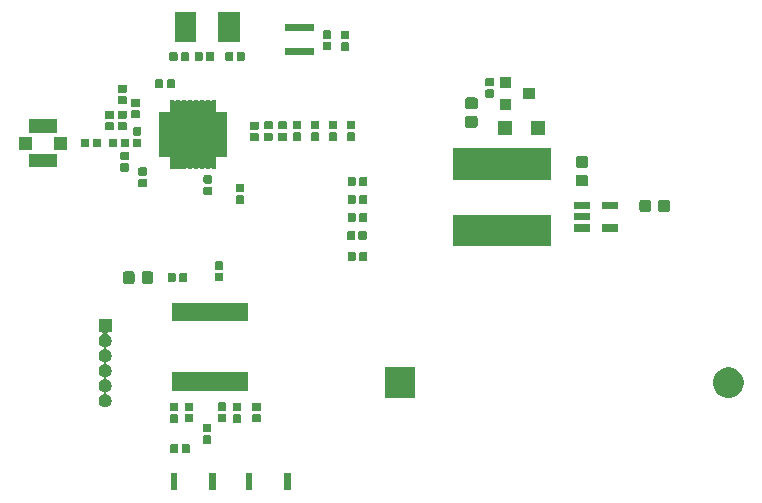
<source format=gbr>
G04 #@! TF.GenerationSoftware,KiCad,Pcbnew,5.1.5+dfsg1-2build2*
G04 #@! TF.CreationDate,2020-09-18T15:20:15+03:00*
G04 #@! TF.ProjectId,NRF_SENDER,4e52465f-5345-44e4-9445-522e6b696361,rev?*
G04 #@! TF.SameCoordinates,Original*
G04 #@! TF.FileFunction,Soldermask,Top*
G04 #@! TF.FilePolarity,Negative*
%FSLAX46Y46*%
G04 Gerber Fmt 4.6, Leading zero omitted, Abs format (unit mm)*
G04 Created by KiCad (PCBNEW 5.1.5+dfsg1-2build2) date 2020-09-18 15:20:15*
%MOMM*%
%LPD*%
G04 APERTURE LIST*
%ADD10C,0.100000*%
G04 APERTURE END LIST*
D10*
G36*
X76984000Y-87365000D02*
G01*
X76432000Y-87365000D01*
X76432000Y-85863000D01*
X76984000Y-85863000D01*
X76984000Y-87365000D01*
G37*
G36*
X86584000Y-87365000D02*
G01*
X86032000Y-87365000D01*
X86032000Y-85863000D01*
X86584000Y-85863000D01*
X86584000Y-87365000D01*
G37*
G36*
X83334000Y-87365000D02*
G01*
X82782000Y-87365000D01*
X82782000Y-85863000D01*
X83334000Y-85863000D01*
X83334000Y-87365000D01*
G37*
G36*
X80234000Y-87365000D02*
G01*
X79682000Y-87365000D01*
X79682000Y-85863000D01*
X80234000Y-85863000D01*
X80234000Y-87365000D01*
G37*
G36*
X76987938Y-83451716D02*
G01*
X77008557Y-83457971D01*
X77027553Y-83468124D01*
X77044208Y-83481792D01*
X77057876Y-83498447D01*
X77068029Y-83517443D01*
X77074284Y-83538062D01*
X77077000Y-83565640D01*
X77077000Y-84074360D01*
X77074284Y-84101938D01*
X77068029Y-84122557D01*
X77057876Y-84141553D01*
X77044208Y-84158208D01*
X77027553Y-84171876D01*
X77008557Y-84182029D01*
X76987938Y-84188284D01*
X76960360Y-84191000D01*
X76501640Y-84191000D01*
X76474062Y-84188284D01*
X76453443Y-84182029D01*
X76434447Y-84171876D01*
X76417792Y-84158208D01*
X76404124Y-84141553D01*
X76393971Y-84122557D01*
X76387716Y-84101938D01*
X76385000Y-84074360D01*
X76385000Y-83565640D01*
X76387716Y-83538062D01*
X76393971Y-83517443D01*
X76404124Y-83498447D01*
X76417792Y-83481792D01*
X76434447Y-83468124D01*
X76453443Y-83457971D01*
X76474062Y-83451716D01*
X76501640Y-83449000D01*
X76960360Y-83449000D01*
X76987938Y-83451716D01*
G37*
G36*
X77957938Y-83451716D02*
G01*
X77978557Y-83457971D01*
X77997553Y-83468124D01*
X78014208Y-83481792D01*
X78027876Y-83498447D01*
X78038029Y-83517443D01*
X78044284Y-83538062D01*
X78047000Y-83565640D01*
X78047000Y-84074360D01*
X78044284Y-84101938D01*
X78038029Y-84122557D01*
X78027876Y-84141553D01*
X78014208Y-84158208D01*
X77997553Y-84171876D01*
X77978557Y-84182029D01*
X77957938Y-84188284D01*
X77930360Y-84191000D01*
X77471640Y-84191000D01*
X77444062Y-84188284D01*
X77423443Y-84182029D01*
X77404447Y-84171876D01*
X77387792Y-84158208D01*
X77374124Y-84141553D01*
X77363971Y-84122557D01*
X77357716Y-84101938D01*
X77355000Y-84074360D01*
X77355000Y-83565640D01*
X77357716Y-83538062D01*
X77363971Y-83517443D01*
X77374124Y-83498447D01*
X77387792Y-83481792D01*
X77404447Y-83468124D01*
X77423443Y-83457971D01*
X77444062Y-83451716D01*
X77471640Y-83449000D01*
X77930360Y-83449000D01*
X77957938Y-83451716D01*
G37*
G36*
X79783938Y-82714716D02*
G01*
X79804557Y-82720971D01*
X79823553Y-82731124D01*
X79840208Y-82744792D01*
X79853876Y-82761447D01*
X79864029Y-82780443D01*
X79870284Y-82801062D01*
X79873000Y-82828640D01*
X79873000Y-83287360D01*
X79870284Y-83314938D01*
X79864029Y-83335557D01*
X79853876Y-83354553D01*
X79840208Y-83371208D01*
X79823553Y-83384876D01*
X79804557Y-83395029D01*
X79783938Y-83401284D01*
X79756360Y-83404000D01*
X79247640Y-83404000D01*
X79220062Y-83401284D01*
X79199443Y-83395029D01*
X79180447Y-83384876D01*
X79163792Y-83371208D01*
X79150124Y-83354553D01*
X79139971Y-83335557D01*
X79133716Y-83314938D01*
X79131000Y-83287360D01*
X79131000Y-82828640D01*
X79133716Y-82801062D01*
X79139971Y-82780443D01*
X79150124Y-82761447D01*
X79163792Y-82744792D01*
X79180447Y-82731124D01*
X79199443Y-82720971D01*
X79220062Y-82714716D01*
X79247640Y-82712000D01*
X79756360Y-82712000D01*
X79783938Y-82714716D01*
G37*
G36*
X79783938Y-81744716D02*
G01*
X79804557Y-81750971D01*
X79823553Y-81761124D01*
X79840208Y-81774792D01*
X79853876Y-81791447D01*
X79864029Y-81810443D01*
X79870284Y-81831062D01*
X79873000Y-81858640D01*
X79873000Y-82317360D01*
X79870284Y-82344938D01*
X79864029Y-82365557D01*
X79853876Y-82384553D01*
X79840208Y-82401208D01*
X79823553Y-82414876D01*
X79804557Y-82425029D01*
X79783938Y-82431284D01*
X79756360Y-82434000D01*
X79247640Y-82434000D01*
X79220062Y-82431284D01*
X79199443Y-82425029D01*
X79180447Y-82414876D01*
X79163792Y-82401208D01*
X79150124Y-82384553D01*
X79139971Y-82365557D01*
X79133716Y-82344938D01*
X79131000Y-82317360D01*
X79131000Y-81858640D01*
X79133716Y-81831062D01*
X79139971Y-81810443D01*
X79150124Y-81791447D01*
X79163792Y-81774792D01*
X79180447Y-81761124D01*
X79199443Y-81750971D01*
X79220062Y-81744716D01*
X79247640Y-81742000D01*
X79756360Y-81742000D01*
X79783938Y-81744716D01*
G37*
G36*
X82323938Y-80936716D02*
G01*
X82344557Y-80942971D01*
X82363553Y-80953124D01*
X82380208Y-80966792D01*
X82393876Y-80983447D01*
X82404029Y-81002443D01*
X82410284Y-81023062D01*
X82413000Y-81050640D01*
X82413000Y-81509360D01*
X82410284Y-81536938D01*
X82404029Y-81557557D01*
X82393876Y-81576553D01*
X82380208Y-81593208D01*
X82363553Y-81606876D01*
X82344557Y-81617029D01*
X82323938Y-81623284D01*
X82296360Y-81626000D01*
X81787640Y-81626000D01*
X81760062Y-81623284D01*
X81739443Y-81617029D01*
X81720447Y-81606876D01*
X81703792Y-81593208D01*
X81690124Y-81576553D01*
X81679971Y-81557557D01*
X81673716Y-81536938D01*
X81671000Y-81509360D01*
X81671000Y-81050640D01*
X81673716Y-81023062D01*
X81679971Y-81002443D01*
X81690124Y-80983447D01*
X81703792Y-80966792D01*
X81720447Y-80953124D01*
X81739443Y-80942971D01*
X81760062Y-80936716D01*
X81787640Y-80934000D01*
X82296360Y-80934000D01*
X82323938Y-80936716D01*
G37*
G36*
X76989938Y-80936716D02*
G01*
X77010557Y-80942971D01*
X77029553Y-80953124D01*
X77046208Y-80966792D01*
X77059876Y-80983447D01*
X77070029Y-81002443D01*
X77076284Y-81023062D01*
X77079000Y-81050640D01*
X77079000Y-81509360D01*
X77076284Y-81536938D01*
X77070029Y-81557557D01*
X77059876Y-81576553D01*
X77046208Y-81593208D01*
X77029553Y-81606876D01*
X77010557Y-81617029D01*
X76989938Y-81623284D01*
X76962360Y-81626000D01*
X76453640Y-81626000D01*
X76426062Y-81623284D01*
X76405443Y-81617029D01*
X76386447Y-81606876D01*
X76369792Y-81593208D01*
X76356124Y-81576553D01*
X76345971Y-81557557D01*
X76339716Y-81536938D01*
X76337000Y-81509360D01*
X76337000Y-81050640D01*
X76339716Y-81023062D01*
X76345971Y-81002443D01*
X76356124Y-80983447D01*
X76369792Y-80966792D01*
X76386447Y-80953124D01*
X76405443Y-80942971D01*
X76426062Y-80936716D01*
X76453640Y-80934000D01*
X76962360Y-80934000D01*
X76989938Y-80936716D01*
G37*
G36*
X78259938Y-80913716D02*
G01*
X78280557Y-80919971D01*
X78299553Y-80930124D01*
X78316208Y-80943792D01*
X78329876Y-80960447D01*
X78340029Y-80979443D01*
X78346284Y-81000062D01*
X78349000Y-81027640D01*
X78349000Y-81486360D01*
X78346284Y-81513938D01*
X78340029Y-81534557D01*
X78329876Y-81553553D01*
X78316208Y-81570208D01*
X78299553Y-81583876D01*
X78280557Y-81594029D01*
X78259938Y-81600284D01*
X78232360Y-81603000D01*
X77723640Y-81603000D01*
X77696062Y-81600284D01*
X77675443Y-81594029D01*
X77656447Y-81583876D01*
X77639792Y-81570208D01*
X77626124Y-81553553D01*
X77615971Y-81534557D01*
X77609716Y-81513938D01*
X77607000Y-81486360D01*
X77607000Y-81027640D01*
X77609716Y-81000062D01*
X77615971Y-80979443D01*
X77626124Y-80960447D01*
X77639792Y-80943792D01*
X77656447Y-80930124D01*
X77675443Y-80919971D01*
X77696062Y-80913716D01*
X77723640Y-80911000D01*
X78232360Y-80911000D01*
X78259938Y-80913716D01*
G37*
G36*
X83971938Y-80911716D02*
G01*
X83992557Y-80917971D01*
X84011553Y-80928124D01*
X84028208Y-80941792D01*
X84041876Y-80958447D01*
X84052029Y-80977443D01*
X84058284Y-80998062D01*
X84061000Y-81025640D01*
X84061000Y-81484360D01*
X84058284Y-81511938D01*
X84052029Y-81532557D01*
X84041876Y-81551553D01*
X84028208Y-81568208D01*
X84011553Y-81581876D01*
X83992557Y-81592029D01*
X83971938Y-81598284D01*
X83944360Y-81601000D01*
X83435640Y-81601000D01*
X83408062Y-81598284D01*
X83387443Y-81592029D01*
X83368447Y-81581876D01*
X83351792Y-81568208D01*
X83338124Y-81551553D01*
X83327971Y-81532557D01*
X83321716Y-81511938D01*
X83319000Y-81484360D01*
X83319000Y-81025640D01*
X83321716Y-80998062D01*
X83327971Y-80977443D01*
X83338124Y-80958447D01*
X83351792Y-80941792D01*
X83368447Y-80928124D01*
X83387443Y-80917971D01*
X83408062Y-80911716D01*
X83435640Y-80909000D01*
X83944360Y-80909000D01*
X83971938Y-80911716D01*
G37*
G36*
X81053938Y-80890716D02*
G01*
X81074557Y-80896971D01*
X81093553Y-80907124D01*
X81110208Y-80920792D01*
X81123876Y-80937447D01*
X81134029Y-80956443D01*
X81140284Y-80977062D01*
X81143000Y-81004640D01*
X81143000Y-81463360D01*
X81140284Y-81490938D01*
X81134029Y-81511557D01*
X81123876Y-81530553D01*
X81110208Y-81547208D01*
X81093553Y-81560876D01*
X81074557Y-81571029D01*
X81053938Y-81577284D01*
X81026360Y-81580000D01*
X80517640Y-81580000D01*
X80490062Y-81577284D01*
X80469443Y-81571029D01*
X80450447Y-81560876D01*
X80433792Y-81547208D01*
X80420124Y-81530553D01*
X80409971Y-81511557D01*
X80403716Y-81490938D01*
X80401000Y-81463360D01*
X80401000Y-81004640D01*
X80403716Y-80977062D01*
X80409971Y-80956443D01*
X80420124Y-80937447D01*
X80433792Y-80920792D01*
X80450447Y-80907124D01*
X80469443Y-80896971D01*
X80490062Y-80890716D01*
X80517640Y-80888000D01*
X81026360Y-80888000D01*
X81053938Y-80890716D01*
G37*
G36*
X76989938Y-79966716D02*
G01*
X77010557Y-79972971D01*
X77029553Y-79983124D01*
X77046208Y-79996792D01*
X77059876Y-80013447D01*
X77070029Y-80032443D01*
X77076284Y-80053062D01*
X77079000Y-80080640D01*
X77079000Y-80539360D01*
X77076284Y-80566938D01*
X77070029Y-80587557D01*
X77059876Y-80606553D01*
X77046208Y-80623208D01*
X77029553Y-80636876D01*
X77010557Y-80647029D01*
X76989938Y-80653284D01*
X76962360Y-80656000D01*
X76453640Y-80656000D01*
X76426062Y-80653284D01*
X76405443Y-80647029D01*
X76386447Y-80636876D01*
X76369792Y-80623208D01*
X76356124Y-80606553D01*
X76345971Y-80587557D01*
X76339716Y-80566938D01*
X76337000Y-80539360D01*
X76337000Y-80080640D01*
X76339716Y-80053062D01*
X76345971Y-80032443D01*
X76356124Y-80013447D01*
X76369792Y-79996792D01*
X76386447Y-79983124D01*
X76405443Y-79972971D01*
X76426062Y-79966716D01*
X76453640Y-79964000D01*
X76962360Y-79964000D01*
X76989938Y-79966716D01*
G37*
G36*
X82323938Y-79966716D02*
G01*
X82344557Y-79972971D01*
X82363553Y-79983124D01*
X82380208Y-79996792D01*
X82393876Y-80013447D01*
X82404029Y-80032443D01*
X82410284Y-80053062D01*
X82413000Y-80080640D01*
X82413000Y-80539360D01*
X82410284Y-80566938D01*
X82404029Y-80587557D01*
X82393876Y-80606553D01*
X82380208Y-80623208D01*
X82363553Y-80636876D01*
X82344557Y-80647029D01*
X82323938Y-80653284D01*
X82296360Y-80656000D01*
X81787640Y-80656000D01*
X81760062Y-80653284D01*
X81739443Y-80647029D01*
X81720447Y-80636876D01*
X81703792Y-80623208D01*
X81690124Y-80606553D01*
X81679971Y-80587557D01*
X81673716Y-80566938D01*
X81671000Y-80539360D01*
X81671000Y-80080640D01*
X81673716Y-80053062D01*
X81679971Y-80032443D01*
X81690124Y-80013447D01*
X81703792Y-79996792D01*
X81720447Y-79983124D01*
X81739443Y-79972971D01*
X81760062Y-79966716D01*
X81787640Y-79964000D01*
X82296360Y-79964000D01*
X82323938Y-79966716D01*
G37*
G36*
X78259938Y-79943716D02*
G01*
X78280557Y-79949971D01*
X78299553Y-79960124D01*
X78316208Y-79973792D01*
X78329876Y-79990447D01*
X78340029Y-80009443D01*
X78346284Y-80030062D01*
X78349000Y-80057640D01*
X78349000Y-80516360D01*
X78346284Y-80543938D01*
X78340029Y-80564557D01*
X78329876Y-80583553D01*
X78316208Y-80600208D01*
X78299553Y-80613876D01*
X78280557Y-80624029D01*
X78259938Y-80630284D01*
X78232360Y-80633000D01*
X77723640Y-80633000D01*
X77696062Y-80630284D01*
X77675443Y-80624029D01*
X77656447Y-80613876D01*
X77639792Y-80600208D01*
X77626124Y-80583553D01*
X77615971Y-80564557D01*
X77609716Y-80543938D01*
X77607000Y-80516360D01*
X77607000Y-80057640D01*
X77609716Y-80030062D01*
X77615971Y-80009443D01*
X77626124Y-79990447D01*
X77639792Y-79973792D01*
X77656447Y-79960124D01*
X77675443Y-79949971D01*
X77696062Y-79943716D01*
X77723640Y-79941000D01*
X78232360Y-79941000D01*
X78259938Y-79943716D01*
G37*
G36*
X83971938Y-79941716D02*
G01*
X83992557Y-79947971D01*
X84011553Y-79958124D01*
X84028208Y-79971792D01*
X84041876Y-79988447D01*
X84052029Y-80007443D01*
X84058284Y-80028062D01*
X84061000Y-80055640D01*
X84061000Y-80514360D01*
X84058284Y-80541938D01*
X84052029Y-80562557D01*
X84041876Y-80581553D01*
X84028208Y-80598208D01*
X84011553Y-80611876D01*
X83992557Y-80622029D01*
X83971938Y-80628284D01*
X83944360Y-80631000D01*
X83435640Y-80631000D01*
X83408062Y-80628284D01*
X83387443Y-80622029D01*
X83368447Y-80611876D01*
X83351792Y-80598208D01*
X83338124Y-80581553D01*
X83327971Y-80562557D01*
X83321716Y-80541938D01*
X83319000Y-80514360D01*
X83319000Y-80055640D01*
X83321716Y-80028062D01*
X83327971Y-80007443D01*
X83338124Y-79988447D01*
X83351792Y-79971792D01*
X83368447Y-79958124D01*
X83387443Y-79947971D01*
X83408062Y-79941716D01*
X83435640Y-79939000D01*
X83944360Y-79939000D01*
X83971938Y-79941716D01*
G37*
G36*
X81053938Y-79920716D02*
G01*
X81074557Y-79926971D01*
X81093553Y-79937124D01*
X81110208Y-79950792D01*
X81123876Y-79967447D01*
X81134029Y-79986443D01*
X81140284Y-80007062D01*
X81143000Y-80034640D01*
X81143000Y-80493360D01*
X81140284Y-80520938D01*
X81134029Y-80541557D01*
X81123876Y-80560553D01*
X81110208Y-80577208D01*
X81093553Y-80590876D01*
X81074557Y-80601029D01*
X81053938Y-80607284D01*
X81026360Y-80610000D01*
X80517640Y-80610000D01*
X80490062Y-80607284D01*
X80469443Y-80601029D01*
X80450447Y-80590876D01*
X80433792Y-80577208D01*
X80420124Y-80560553D01*
X80409971Y-80541557D01*
X80403716Y-80520938D01*
X80401000Y-80493360D01*
X80401000Y-80034640D01*
X80403716Y-80007062D01*
X80409971Y-79986443D01*
X80420124Y-79967447D01*
X80433792Y-79950792D01*
X80450447Y-79937124D01*
X80469443Y-79926971D01*
X80490062Y-79920716D01*
X80517640Y-79918000D01*
X81026360Y-79918000D01*
X81053938Y-79920716D01*
G37*
G36*
X71417000Y-73957000D02*
G01*
X71193782Y-73957000D01*
X71169396Y-73959402D01*
X71145947Y-73966515D01*
X71124336Y-73978066D01*
X71105394Y-73993611D01*
X71089849Y-74012553D01*
X71078298Y-74034164D01*
X71071185Y-74057613D01*
X71068783Y-74081999D01*
X71071185Y-74106385D01*
X71078298Y-74129834D01*
X71089849Y-74151445D01*
X71105394Y-74170387D01*
X71124336Y-74185932D01*
X71185816Y-74227012D01*
X71217242Y-74248010D01*
X71293990Y-74324758D01*
X71293991Y-74324760D01*
X71354291Y-74415005D01*
X71395826Y-74515279D01*
X71417000Y-74621730D01*
X71417000Y-74730270D01*
X71395826Y-74836721D01*
X71354291Y-74936995D01*
X71354290Y-74936996D01*
X71293990Y-75027242D01*
X71217242Y-75103990D01*
X71171812Y-75134345D01*
X71126995Y-75164291D01*
X71051611Y-75195516D01*
X71030000Y-75207067D01*
X71011059Y-75222612D01*
X70995513Y-75241554D01*
X70983962Y-75263165D01*
X70976849Y-75286614D01*
X70974447Y-75311000D01*
X70976849Y-75335386D01*
X70983962Y-75358835D01*
X70995513Y-75380446D01*
X71011058Y-75399387D01*
X71030000Y-75414933D01*
X71051611Y-75426484D01*
X71126995Y-75457709D01*
X71126996Y-75457710D01*
X71217242Y-75518010D01*
X71293990Y-75594758D01*
X71293991Y-75594760D01*
X71354291Y-75685005D01*
X71395826Y-75785279D01*
X71417000Y-75891730D01*
X71417000Y-76000270D01*
X71395826Y-76106721D01*
X71354291Y-76206995D01*
X71354290Y-76206996D01*
X71293990Y-76297242D01*
X71217242Y-76373990D01*
X71171812Y-76404345D01*
X71126995Y-76434291D01*
X71051611Y-76465516D01*
X71030000Y-76477067D01*
X71011059Y-76492612D01*
X70995513Y-76511554D01*
X70983962Y-76533165D01*
X70976849Y-76556614D01*
X70974447Y-76581000D01*
X70976849Y-76605386D01*
X70983962Y-76628835D01*
X70995513Y-76650446D01*
X71011058Y-76669387D01*
X71030000Y-76684933D01*
X71051611Y-76696484D01*
X71126995Y-76727709D01*
X71126996Y-76727710D01*
X71217242Y-76788010D01*
X71293990Y-76864758D01*
X71293991Y-76864760D01*
X71354291Y-76955005D01*
X71395826Y-77055279D01*
X71417000Y-77161730D01*
X71417000Y-77270270D01*
X71395826Y-77376721D01*
X71354291Y-77476995D01*
X71354290Y-77476996D01*
X71293990Y-77567242D01*
X71217242Y-77643990D01*
X71171812Y-77674345D01*
X71126995Y-77704291D01*
X71051611Y-77735516D01*
X71030000Y-77747067D01*
X71011059Y-77762612D01*
X70995513Y-77781554D01*
X70983962Y-77803165D01*
X70976849Y-77826614D01*
X70974447Y-77851000D01*
X70976849Y-77875386D01*
X70983962Y-77898835D01*
X70995513Y-77920446D01*
X71011058Y-77939387D01*
X71030000Y-77954933D01*
X71051611Y-77966484D01*
X71126995Y-77997709D01*
X71126996Y-77997710D01*
X71217242Y-78058010D01*
X71293990Y-78134758D01*
X71293991Y-78134760D01*
X71354291Y-78225005D01*
X71395826Y-78325279D01*
X71417000Y-78431730D01*
X71417000Y-78540270D01*
X71395826Y-78646721D01*
X71354291Y-78746995D01*
X71354290Y-78746996D01*
X71293990Y-78837242D01*
X71217242Y-78913990D01*
X71171812Y-78944345D01*
X71126995Y-78974291D01*
X71051611Y-79005516D01*
X71030000Y-79017067D01*
X71011059Y-79032612D01*
X70995513Y-79051554D01*
X70983962Y-79073165D01*
X70976849Y-79096614D01*
X70974447Y-79121000D01*
X70976849Y-79145386D01*
X70983962Y-79168835D01*
X70995513Y-79190446D01*
X71011058Y-79209387D01*
X71030000Y-79224933D01*
X71051611Y-79236484D01*
X71126995Y-79267709D01*
X71126996Y-79267710D01*
X71217242Y-79328010D01*
X71293990Y-79404758D01*
X71293991Y-79404760D01*
X71354291Y-79495005D01*
X71395826Y-79595279D01*
X71417000Y-79701730D01*
X71417000Y-79810270D01*
X71395826Y-79916721D01*
X71354291Y-80016995D01*
X71346896Y-80028062D01*
X71293990Y-80107242D01*
X71217242Y-80183990D01*
X71171812Y-80214345D01*
X71126995Y-80244291D01*
X71026721Y-80285826D01*
X70920270Y-80307000D01*
X70811730Y-80307000D01*
X70705279Y-80285826D01*
X70605005Y-80244291D01*
X70560188Y-80214345D01*
X70514758Y-80183990D01*
X70438010Y-80107242D01*
X70385104Y-80028062D01*
X70377709Y-80016995D01*
X70336174Y-79916721D01*
X70315000Y-79810270D01*
X70315000Y-79701730D01*
X70336174Y-79595279D01*
X70377709Y-79495005D01*
X70438009Y-79404760D01*
X70438010Y-79404758D01*
X70514758Y-79328010D01*
X70605004Y-79267710D01*
X70605005Y-79267709D01*
X70680389Y-79236484D01*
X70702000Y-79224933D01*
X70720941Y-79209388D01*
X70736487Y-79190446D01*
X70748038Y-79168835D01*
X70755151Y-79145386D01*
X70757553Y-79121000D01*
X70755151Y-79096614D01*
X70748038Y-79073165D01*
X70736487Y-79051554D01*
X70720942Y-79032613D01*
X70702000Y-79017067D01*
X70680389Y-79005516D01*
X70605005Y-78974291D01*
X70560188Y-78944345D01*
X70514758Y-78913990D01*
X70438010Y-78837242D01*
X70377710Y-78746996D01*
X70377709Y-78746995D01*
X70336174Y-78646721D01*
X70315000Y-78540270D01*
X70315000Y-78431730D01*
X70336174Y-78325279D01*
X70377709Y-78225005D01*
X70438009Y-78134760D01*
X70438010Y-78134758D01*
X70514758Y-78058010D01*
X70605004Y-77997710D01*
X70605005Y-77997709D01*
X70680389Y-77966484D01*
X70702000Y-77954933D01*
X70720941Y-77939388D01*
X70736487Y-77920446D01*
X70748038Y-77898835D01*
X70755151Y-77875386D01*
X70757553Y-77851000D01*
X70755151Y-77826614D01*
X70748038Y-77803165D01*
X70736487Y-77781554D01*
X70720942Y-77762613D01*
X70702000Y-77747067D01*
X70680389Y-77735516D01*
X70605005Y-77704291D01*
X70560188Y-77674345D01*
X70514758Y-77643990D01*
X70438010Y-77567242D01*
X70377710Y-77476996D01*
X70377709Y-77476995D01*
X70336174Y-77376721D01*
X70315000Y-77270270D01*
X70315000Y-77161730D01*
X70336174Y-77055279D01*
X70377709Y-76955005D01*
X70438009Y-76864760D01*
X70438010Y-76864758D01*
X70514758Y-76788010D01*
X70605004Y-76727710D01*
X70605005Y-76727709D01*
X70680389Y-76696484D01*
X70702000Y-76684933D01*
X70720941Y-76669388D01*
X70736487Y-76650446D01*
X70748038Y-76628835D01*
X70755151Y-76605386D01*
X70757553Y-76581000D01*
X70755151Y-76556614D01*
X70748038Y-76533165D01*
X70736487Y-76511554D01*
X70720942Y-76492613D01*
X70702000Y-76477067D01*
X70680389Y-76465516D01*
X70605005Y-76434291D01*
X70560188Y-76404345D01*
X70514758Y-76373990D01*
X70438010Y-76297242D01*
X70377710Y-76206996D01*
X70377709Y-76206995D01*
X70336174Y-76106721D01*
X70315000Y-76000270D01*
X70315000Y-75891730D01*
X70336174Y-75785279D01*
X70377709Y-75685005D01*
X70438009Y-75594760D01*
X70438010Y-75594758D01*
X70514758Y-75518010D01*
X70605004Y-75457710D01*
X70605005Y-75457709D01*
X70680389Y-75426484D01*
X70702000Y-75414933D01*
X70720941Y-75399388D01*
X70736487Y-75380446D01*
X70748038Y-75358835D01*
X70755151Y-75335386D01*
X70757553Y-75311000D01*
X70755151Y-75286614D01*
X70748038Y-75263165D01*
X70736487Y-75241554D01*
X70720942Y-75222613D01*
X70702000Y-75207067D01*
X70680389Y-75195516D01*
X70605005Y-75164291D01*
X70560188Y-75134345D01*
X70514758Y-75103990D01*
X70438010Y-75027242D01*
X70377710Y-74936996D01*
X70377709Y-74936995D01*
X70336174Y-74836721D01*
X70315000Y-74730270D01*
X70315000Y-74621730D01*
X70336174Y-74515279D01*
X70377709Y-74415005D01*
X70438009Y-74324760D01*
X70438010Y-74324758D01*
X70514758Y-74248010D01*
X70546184Y-74227012D01*
X70607664Y-74185932D01*
X70626606Y-74170386D01*
X70642151Y-74151444D01*
X70653702Y-74129833D01*
X70660815Y-74106385D01*
X70663217Y-74081998D01*
X70660815Y-74057612D01*
X70653702Y-74034163D01*
X70642151Y-74012553D01*
X70626605Y-73993611D01*
X70607663Y-73978066D01*
X70586052Y-73966515D01*
X70562604Y-73959402D01*
X70538218Y-73957000D01*
X70315000Y-73957000D01*
X70315000Y-72855000D01*
X71417000Y-72855000D01*
X71417000Y-73957000D01*
G37*
G36*
X97141000Y-79541000D02*
G01*
X94539000Y-79541000D01*
X94539000Y-76939000D01*
X97141000Y-76939000D01*
X97141000Y-79541000D01*
G37*
G36*
X124019487Y-76988996D02*
G01*
X124256253Y-77087068D01*
X124256255Y-77087069D01*
X124469339Y-77229447D01*
X124650553Y-77410661D01*
X124755176Y-77567240D01*
X124792932Y-77623747D01*
X124891004Y-77860513D01*
X124941000Y-78111861D01*
X124941000Y-78368139D01*
X124891004Y-78619487D01*
X124792932Y-78856253D01*
X124792931Y-78856255D01*
X124650553Y-79069339D01*
X124469339Y-79250553D01*
X124256255Y-79392931D01*
X124256254Y-79392932D01*
X124256253Y-79392932D01*
X124019487Y-79491004D01*
X123768139Y-79541000D01*
X123511861Y-79541000D01*
X123260513Y-79491004D01*
X123023747Y-79392932D01*
X123023746Y-79392932D01*
X123023745Y-79392931D01*
X122810661Y-79250553D01*
X122629447Y-79069339D01*
X122487069Y-78856255D01*
X122487068Y-78856253D01*
X122388996Y-78619487D01*
X122339000Y-78368139D01*
X122339000Y-78111861D01*
X122388996Y-77860513D01*
X122487068Y-77623747D01*
X122524825Y-77567240D01*
X122629447Y-77410661D01*
X122810661Y-77229447D01*
X123023745Y-77087069D01*
X123023747Y-77087068D01*
X123260513Y-76988996D01*
X123511861Y-76939000D01*
X123768139Y-76939000D01*
X124019487Y-76988996D01*
G37*
G36*
X82957000Y-78910000D02*
G01*
X76555000Y-78910000D01*
X76555000Y-77358000D01*
X82957000Y-77358000D01*
X82957000Y-78910000D01*
G37*
G36*
X82957000Y-73010000D02*
G01*
X76555000Y-73010000D01*
X76555000Y-71458000D01*
X82957000Y-71458000D01*
X82957000Y-73010000D01*
G37*
G36*
X73214591Y-68820085D02*
G01*
X73248569Y-68830393D01*
X73279890Y-68847134D01*
X73307339Y-68869661D01*
X73329866Y-68897110D01*
X73346607Y-68928431D01*
X73356915Y-68962409D01*
X73361000Y-69003890D01*
X73361000Y-69680110D01*
X73356915Y-69721591D01*
X73346607Y-69755569D01*
X73329866Y-69786890D01*
X73307339Y-69814339D01*
X73279890Y-69836866D01*
X73248569Y-69853607D01*
X73214591Y-69863915D01*
X73173110Y-69868000D01*
X72571890Y-69868000D01*
X72530409Y-69863915D01*
X72496431Y-69853607D01*
X72465110Y-69836866D01*
X72437661Y-69814339D01*
X72415134Y-69786890D01*
X72398393Y-69755569D01*
X72388085Y-69721591D01*
X72384000Y-69680110D01*
X72384000Y-69003890D01*
X72388085Y-68962409D01*
X72398393Y-68928431D01*
X72415134Y-68897110D01*
X72437661Y-68869661D01*
X72465110Y-68847134D01*
X72496431Y-68830393D01*
X72530409Y-68820085D01*
X72571890Y-68816000D01*
X73173110Y-68816000D01*
X73214591Y-68820085D01*
G37*
G36*
X74789591Y-68820085D02*
G01*
X74823569Y-68830393D01*
X74854890Y-68847134D01*
X74882339Y-68869661D01*
X74904866Y-68897110D01*
X74921607Y-68928431D01*
X74931915Y-68962409D01*
X74936000Y-69003890D01*
X74936000Y-69680110D01*
X74931915Y-69721591D01*
X74921607Y-69755569D01*
X74904866Y-69786890D01*
X74882339Y-69814339D01*
X74854890Y-69836866D01*
X74823569Y-69853607D01*
X74789591Y-69863915D01*
X74748110Y-69868000D01*
X74146890Y-69868000D01*
X74105409Y-69863915D01*
X74071431Y-69853607D01*
X74040110Y-69836866D01*
X74012661Y-69814339D01*
X73990134Y-69786890D01*
X73973393Y-69755569D01*
X73963085Y-69721591D01*
X73959000Y-69680110D01*
X73959000Y-69003890D01*
X73963085Y-68962409D01*
X73973393Y-68928431D01*
X73990134Y-68897110D01*
X74012661Y-68869661D01*
X74040110Y-68847134D01*
X74071431Y-68830393D01*
X74105409Y-68820085D01*
X74146890Y-68816000D01*
X74748110Y-68816000D01*
X74789591Y-68820085D01*
G37*
G36*
X77726938Y-68973716D02*
G01*
X77747557Y-68979971D01*
X77766553Y-68990124D01*
X77783208Y-69003792D01*
X77796876Y-69020447D01*
X77807029Y-69039443D01*
X77813284Y-69060062D01*
X77816000Y-69087640D01*
X77816000Y-69596360D01*
X77813284Y-69623938D01*
X77807029Y-69644557D01*
X77796876Y-69663553D01*
X77783208Y-69680208D01*
X77766553Y-69693876D01*
X77747557Y-69704029D01*
X77726938Y-69710284D01*
X77699360Y-69713000D01*
X77240640Y-69713000D01*
X77213062Y-69710284D01*
X77192443Y-69704029D01*
X77173447Y-69693876D01*
X77156792Y-69680208D01*
X77143124Y-69663553D01*
X77132971Y-69644557D01*
X77126716Y-69623938D01*
X77124000Y-69596360D01*
X77124000Y-69087640D01*
X77126716Y-69060062D01*
X77132971Y-69039443D01*
X77143124Y-69020447D01*
X77156792Y-69003792D01*
X77173447Y-68990124D01*
X77192443Y-68979971D01*
X77213062Y-68973716D01*
X77240640Y-68971000D01*
X77699360Y-68971000D01*
X77726938Y-68973716D01*
G37*
G36*
X76756938Y-68973716D02*
G01*
X76777557Y-68979971D01*
X76796553Y-68990124D01*
X76813208Y-69003792D01*
X76826876Y-69020447D01*
X76837029Y-69039443D01*
X76843284Y-69060062D01*
X76846000Y-69087640D01*
X76846000Y-69596360D01*
X76843284Y-69623938D01*
X76837029Y-69644557D01*
X76826876Y-69663553D01*
X76813208Y-69680208D01*
X76796553Y-69693876D01*
X76777557Y-69704029D01*
X76756938Y-69710284D01*
X76729360Y-69713000D01*
X76270640Y-69713000D01*
X76243062Y-69710284D01*
X76222443Y-69704029D01*
X76203447Y-69693876D01*
X76186792Y-69680208D01*
X76173124Y-69663553D01*
X76162971Y-69644557D01*
X76156716Y-69623938D01*
X76154000Y-69596360D01*
X76154000Y-69087640D01*
X76156716Y-69060062D01*
X76162971Y-69039443D01*
X76173124Y-69020447D01*
X76186792Y-69003792D01*
X76203447Y-68990124D01*
X76222443Y-68979971D01*
X76243062Y-68973716D01*
X76270640Y-68971000D01*
X76729360Y-68971000D01*
X76756938Y-68973716D01*
G37*
G36*
X80799938Y-68952716D02*
G01*
X80820557Y-68958971D01*
X80839553Y-68969124D01*
X80856208Y-68982792D01*
X80869876Y-68999447D01*
X80880029Y-69018443D01*
X80886284Y-69039062D01*
X80889000Y-69066640D01*
X80889000Y-69525360D01*
X80886284Y-69552938D01*
X80880029Y-69573557D01*
X80869876Y-69592553D01*
X80856208Y-69609208D01*
X80839553Y-69622876D01*
X80820557Y-69633029D01*
X80799938Y-69639284D01*
X80772360Y-69642000D01*
X80263640Y-69642000D01*
X80236062Y-69639284D01*
X80215443Y-69633029D01*
X80196447Y-69622876D01*
X80179792Y-69609208D01*
X80166124Y-69592553D01*
X80155971Y-69573557D01*
X80149716Y-69552938D01*
X80147000Y-69525360D01*
X80147000Y-69066640D01*
X80149716Y-69039062D01*
X80155971Y-69018443D01*
X80166124Y-68999447D01*
X80179792Y-68982792D01*
X80196447Y-68969124D01*
X80215443Y-68958971D01*
X80236062Y-68952716D01*
X80263640Y-68950000D01*
X80772360Y-68950000D01*
X80799938Y-68952716D01*
G37*
G36*
X80799938Y-67982716D02*
G01*
X80820557Y-67988971D01*
X80839553Y-67999124D01*
X80856208Y-68012792D01*
X80869876Y-68029447D01*
X80880029Y-68048443D01*
X80886284Y-68069062D01*
X80889000Y-68096640D01*
X80889000Y-68555360D01*
X80886284Y-68582938D01*
X80880029Y-68603557D01*
X80869876Y-68622553D01*
X80856208Y-68639208D01*
X80839553Y-68652876D01*
X80820557Y-68663029D01*
X80799938Y-68669284D01*
X80772360Y-68672000D01*
X80263640Y-68672000D01*
X80236062Y-68669284D01*
X80215443Y-68663029D01*
X80196447Y-68652876D01*
X80179792Y-68639208D01*
X80166124Y-68622553D01*
X80155971Y-68603557D01*
X80149716Y-68582938D01*
X80147000Y-68555360D01*
X80147000Y-68096640D01*
X80149716Y-68069062D01*
X80155971Y-68048443D01*
X80166124Y-68029447D01*
X80179792Y-68012792D01*
X80196447Y-67999124D01*
X80215443Y-67988971D01*
X80236062Y-67982716D01*
X80263640Y-67980000D01*
X80772360Y-67980000D01*
X80799938Y-67982716D01*
G37*
G36*
X92966938Y-67195716D02*
G01*
X92987557Y-67201971D01*
X93006553Y-67212124D01*
X93023208Y-67225792D01*
X93036876Y-67242447D01*
X93047029Y-67261443D01*
X93053284Y-67282062D01*
X93056000Y-67309640D01*
X93056000Y-67818360D01*
X93053284Y-67845938D01*
X93047029Y-67866557D01*
X93036876Y-67885553D01*
X93023208Y-67902208D01*
X93006553Y-67915876D01*
X92987557Y-67926029D01*
X92966938Y-67932284D01*
X92939360Y-67935000D01*
X92480640Y-67935000D01*
X92453062Y-67932284D01*
X92432443Y-67926029D01*
X92413447Y-67915876D01*
X92396792Y-67902208D01*
X92383124Y-67885553D01*
X92372971Y-67866557D01*
X92366716Y-67845938D01*
X92364000Y-67818360D01*
X92364000Y-67309640D01*
X92366716Y-67282062D01*
X92372971Y-67261443D01*
X92383124Y-67242447D01*
X92396792Y-67225792D01*
X92413447Y-67212124D01*
X92432443Y-67201971D01*
X92453062Y-67195716D01*
X92480640Y-67193000D01*
X92939360Y-67193000D01*
X92966938Y-67195716D01*
G37*
G36*
X91996938Y-67195716D02*
G01*
X92017557Y-67201971D01*
X92036553Y-67212124D01*
X92053208Y-67225792D01*
X92066876Y-67242447D01*
X92077029Y-67261443D01*
X92083284Y-67282062D01*
X92086000Y-67309640D01*
X92086000Y-67818360D01*
X92083284Y-67845938D01*
X92077029Y-67866557D01*
X92066876Y-67885553D01*
X92053208Y-67902208D01*
X92036553Y-67915876D01*
X92017557Y-67926029D01*
X91996938Y-67932284D01*
X91969360Y-67935000D01*
X91510640Y-67935000D01*
X91483062Y-67932284D01*
X91462443Y-67926029D01*
X91443447Y-67915876D01*
X91426792Y-67902208D01*
X91413124Y-67885553D01*
X91402971Y-67866557D01*
X91396716Y-67845938D01*
X91394000Y-67818360D01*
X91394000Y-67309640D01*
X91396716Y-67282062D01*
X91402971Y-67261443D01*
X91413124Y-67242447D01*
X91426792Y-67225792D01*
X91443447Y-67212124D01*
X91462443Y-67201971D01*
X91483062Y-67195716D01*
X91510640Y-67193000D01*
X91969360Y-67193000D01*
X91996938Y-67195716D01*
G37*
G36*
X108611000Y-66711000D02*
G01*
X100309000Y-66711000D01*
X100309000Y-64009000D01*
X108611000Y-64009000D01*
X108611000Y-66711000D01*
G37*
G36*
X91950938Y-65417716D02*
G01*
X91971557Y-65423971D01*
X91990553Y-65434124D01*
X92007208Y-65447792D01*
X92020876Y-65464447D01*
X92031029Y-65483443D01*
X92037284Y-65504062D01*
X92040000Y-65531640D01*
X92040000Y-66040360D01*
X92037284Y-66067938D01*
X92031029Y-66088557D01*
X92020876Y-66107553D01*
X92007208Y-66124208D01*
X91990553Y-66137876D01*
X91971557Y-66148029D01*
X91950938Y-66154284D01*
X91923360Y-66157000D01*
X91464640Y-66157000D01*
X91437062Y-66154284D01*
X91416443Y-66148029D01*
X91397447Y-66137876D01*
X91380792Y-66124208D01*
X91367124Y-66107553D01*
X91356971Y-66088557D01*
X91350716Y-66067938D01*
X91348000Y-66040360D01*
X91348000Y-65531640D01*
X91350716Y-65504062D01*
X91356971Y-65483443D01*
X91367124Y-65464447D01*
X91380792Y-65447792D01*
X91397447Y-65434124D01*
X91416443Y-65423971D01*
X91437062Y-65417716D01*
X91464640Y-65415000D01*
X91923360Y-65415000D01*
X91950938Y-65417716D01*
G37*
G36*
X92920938Y-65417716D02*
G01*
X92941557Y-65423971D01*
X92960553Y-65434124D01*
X92977208Y-65447792D01*
X92990876Y-65464447D01*
X93001029Y-65483443D01*
X93007284Y-65504062D01*
X93010000Y-65531640D01*
X93010000Y-66040360D01*
X93007284Y-66067938D01*
X93001029Y-66088557D01*
X92990876Y-66107553D01*
X92977208Y-66124208D01*
X92960553Y-66137876D01*
X92941557Y-66148029D01*
X92920938Y-66154284D01*
X92893360Y-66157000D01*
X92434640Y-66157000D01*
X92407062Y-66154284D01*
X92386443Y-66148029D01*
X92367447Y-66137876D01*
X92350792Y-66124208D01*
X92337124Y-66107553D01*
X92326971Y-66088557D01*
X92320716Y-66067938D01*
X92318000Y-66040360D01*
X92318000Y-65531640D01*
X92320716Y-65504062D01*
X92326971Y-65483443D01*
X92337124Y-65464447D01*
X92350792Y-65447792D01*
X92367447Y-65434124D01*
X92386443Y-65423971D01*
X92407062Y-65417716D01*
X92434640Y-65415000D01*
X92893360Y-65415000D01*
X92920938Y-65417716D01*
G37*
G36*
X114253000Y-65447000D02*
G01*
X112951000Y-65447000D01*
X112951000Y-64845000D01*
X114253000Y-64845000D01*
X114253000Y-65447000D01*
G37*
G36*
X111903000Y-65447000D02*
G01*
X110601000Y-65447000D01*
X110601000Y-64845000D01*
X111903000Y-64845000D01*
X111903000Y-65447000D01*
G37*
G36*
X91996938Y-63893716D02*
G01*
X92017557Y-63899971D01*
X92036553Y-63910124D01*
X92053208Y-63923792D01*
X92066876Y-63940447D01*
X92077029Y-63959443D01*
X92083284Y-63980062D01*
X92086000Y-64007640D01*
X92086000Y-64516360D01*
X92083284Y-64543938D01*
X92077029Y-64564557D01*
X92066876Y-64583553D01*
X92053208Y-64600208D01*
X92036553Y-64613876D01*
X92017557Y-64624029D01*
X91996938Y-64630284D01*
X91969360Y-64633000D01*
X91510640Y-64633000D01*
X91483062Y-64630284D01*
X91462443Y-64624029D01*
X91443447Y-64613876D01*
X91426792Y-64600208D01*
X91413124Y-64583553D01*
X91402971Y-64564557D01*
X91396716Y-64543938D01*
X91394000Y-64516360D01*
X91394000Y-64007640D01*
X91396716Y-63980062D01*
X91402971Y-63959443D01*
X91413124Y-63940447D01*
X91426792Y-63923792D01*
X91443447Y-63910124D01*
X91462443Y-63899971D01*
X91483062Y-63893716D01*
X91510640Y-63891000D01*
X91969360Y-63891000D01*
X91996938Y-63893716D01*
G37*
G36*
X92966938Y-63893716D02*
G01*
X92987557Y-63899971D01*
X93006553Y-63910124D01*
X93023208Y-63923792D01*
X93036876Y-63940447D01*
X93047029Y-63959443D01*
X93053284Y-63980062D01*
X93056000Y-64007640D01*
X93056000Y-64516360D01*
X93053284Y-64543938D01*
X93047029Y-64564557D01*
X93036876Y-64583553D01*
X93023208Y-64600208D01*
X93006553Y-64613876D01*
X92987557Y-64624029D01*
X92966938Y-64630284D01*
X92939360Y-64633000D01*
X92480640Y-64633000D01*
X92453062Y-64630284D01*
X92432443Y-64624029D01*
X92413447Y-64613876D01*
X92396792Y-64600208D01*
X92383124Y-64583553D01*
X92372971Y-64564557D01*
X92366716Y-64543938D01*
X92364000Y-64516360D01*
X92364000Y-64007640D01*
X92366716Y-63980062D01*
X92372971Y-63959443D01*
X92383124Y-63940447D01*
X92396792Y-63923792D01*
X92413447Y-63910124D01*
X92432443Y-63899971D01*
X92453062Y-63893716D01*
X92480640Y-63891000D01*
X92939360Y-63891000D01*
X92966938Y-63893716D01*
G37*
G36*
X111903000Y-64497000D02*
G01*
X110601000Y-64497000D01*
X110601000Y-63895000D01*
X111903000Y-63895000D01*
X111903000Y-64497000D01*
G37*
G36*
X116944591Y-62748085D02*
G01*
X116978569Y-62758393D01*
X117009890Y-62775134D01*
X117037339Y-62797661D01*
X117059866Y-62825110D01*
X117076607Y-62856431D01*
X117086915Y-62890409D01*
X117091000Y-62931890D01*
X117091000Y-63608110D01*
X117086915Y-63649591D01*
X117076607Y-63683569D01*
X117059866Y-63714890D01*
X117037339Y-63742339D01*
X117009890Y-63764866D01*
X116978569Y-63781607D01*
X116944591Y-63791915D01*
X116903110Y-63796000D01*
X116301890Y-63796000D01*
X116260409Y-63791915D01*
X116226431Y-63781607D01*
X116195110Y-63764866D01*
X116167661Y-63742339D01*
X116145134Y-63714890D01*
X116128393Y-63683569D01*
X116118085Y-63649591D01*
X116114000Y-63608110D01*
X116114000Y-62931890D01*
X116118085Y-62890409D01*
X116128393Y-62856431D01*
X116145134Y-62825110D01*
X116167661Y-62797661D01*
X116195110Y-62775134D01*
X116226431Y-62758393D01*
X116260409Y-62748085D01*
X116301890Y-62744000D01*
X116903110Y-62744000D01*
X116944591Y-62748085D01*
G37*
G36*
X118519591Y-62748085D02*
G01*
X118553569Y-62758393D01*
X118584890Y-62775134D01*
X118612339Y-62797661D01*
X118634866Y-62825110D01*
X118651607Y-62856431D01*
X118661915Y-62890409D01*
X118666000Y-62931890D01*
X118666000Y-63608110D01*
X118661915Y-63649591D01*
X118651607Y-63683569D01*
X118634866Y-63714890D01*
X118612339Y-63742339D01*
X118584890Y-63764866D01*
X118553569Y-63781607D01*
X118519591Y-63791915D01*
X118478110Y-63796000D01*
X117876890Y-63796000D01*
X117835409Y-63791915D01*
X117801431Y-63781607D01*
X117770110Y-63764866D01*
X117742661Y-63742339D01*
X117720134Y-63714890D01*
X117703393Y-63683569D01*
X117693085Y-63649591D01*
X117689000Y-63608110D01*
X117689000Y-62931890D01*
X117693085Y-62890409D01*
X117703393Y-62856431D01*
X117720134Y-62825110D01*
X117742661Y-62797661D01*
X117770110Y-62775134D01*
X117801431Y-62758393D01*
X117835409Y-62748085D01*
X117876890Y-62744000D01*
X118478110Y-62744000D01*
X118519591Y-62748085D01*
G37*
G36*
X111903000Y-63547000D02*
G01*
X110601000Y-63547000D01*
X110601000Y-62945000D01*
X111903000Y-62945000D01*
X111903000Y-63547000D01*
G37*
G36*
X114253000Y-63547000D02*
G01*
X112951000Y-63547000D01*
X112951000Y-62945000D01*
X114253000Y-62945000D01*
X114253000Y-63547000D01*
G37*
G36*
X91996938Y-62369716D02*
G01*
X92017557Y-62375971D01*
X92036553Y-62386124D01*
X92053208Y-62399792D01*
X92066876Y-62416447D01*
X92077029Y-62435443D01*
X92083284Y-62456062D01*
X92086000Y-62483640D01*
X92086000Y-62992360D01*
X92083284Y-63019938D01*
X92077029Y-63040557D01*
X92066876Y-63059553D01*
X92053208Y-63076208D01*
X92036553Y-63089876D01*
X92017557Y-63100029D01*
X91996938Y-63106284D01*
X91969360Y-63109000D01*
X91510640Y-63109000D01*
X91483062Y-63106284D01*
X91462443Y-63100029D01*
X91443447Y-63089876D01*
X91426792Y-63076208D01*
X91413124Y-63059553D01*
X91402971Y-63040557D01*
X91396716Y-63019938D01*
X91394000Y-62992360D01*
X91394000Y-62483640D01*
X91396716Y-62456062D01*
X91402971Y-62435443D01*
X91413124Y-62416447D01*
X91426792Y-62399792D01*
X91443447Y-62386124D01*
X91462443Y-62375971D01*
X91483062Y-62369716D01*
X91510640Y-62367000D01*
X91969360Y-62367000D01*
X91996938Y-62369716D01*
G37*
G36*
X92966938Y-62369716D02*
G01*
X92987557Y-62375971D01*
X93006553Y-62386124D01*
X93023208Y-62399792D01*
X93036876Y-62416447D01*
X93047029Y-62435443D01*
X93053284Y-62456062D01*
X93056000Y-62483640D01*
X93056000Y-62992360D01*
X93053284Y-63019938D01*
X93047029Y-63040557D01*
X93036876Y-63059553D01*
X93023208Y-63076208D01*
X93006553Y-63089876D01*
X92987557Y-63100029D01*
X92966938Y-63106284D01*
X92939360Y-63109000D01*
X92480640Y-63109000D01*
X92453062Y-63106284D01*
X92432443Y-63100029D01*
X92413447Y-63089876D01*
X92396792Y-63076208D01*
X92383124Y-63059553D01*
X92372971Y-63040557D01*
X92366716Y-63019938D01*
X92364000Y-62992360D01*
X92364000Y-62483640D01*
X92366716Y-62456062D01*
X92372971Y-62435443D01*
X92383124Y-62416447D01*
X92396792Y-62399792D01*
X92413447Y-62386124D01*
X92432443Y-62375971D01*
X92453062Y-62369716D01*
X92480640Y-62367000D01*
X92939360Y-62367000D01*
X92966938Y-62369716D01*
G37*
G36*
X82577938Y-62394716D02*
G01*
X82598557Y-62400971D01*
X82617553Y-62411124D01*
X82634208Y-62424792D01*
X82647876Y-62441447D01*
X82658029Y-62460443D01*
X82664284Y-62481062D01*
X82667000Y-62508640D01*
X82667000Y-62967360D01*
X82664284Y-62994938D01*
X82658029Y-63015557D01*
X82647876Y-63034553D01*
X82634208Y-63051208D01*
X82617553Y-63064876D01*
X82598557Y-63075029D01*
X82577938Y-63081284D01*
X82550360Y-63084000D01*
X82041640Y-63084000D01*
X82014062Y-63081284D01*
X81993443Y-63075029D01*
X81974447Y-63064876D01*
X81957792Y-63051208D01*
X81944124Y-63034553D01*
X81933971Y-63015557D01*
X81927716Y-62994938D01*
X81925000Y-62967360D01*
X81925000Y-62508640D01*
X81927716Y-62481062D01*
X81933971Y-62460443D01*
X81944124Y-62441447D01*
X81957792Y-62424792D01*
X81974447Y-62411124D01*
X81993443Y-62400971D01*
X82014062Y-62394716D01*
X82041640Y-62392000D01*
X82550360Y-62392000D01*
X82577938Y-62394716D01*
G37*
G36*
X79851938Y-61661716D02*
G01*
X79872557Y-61667971D01*
X79891553Y-61678124D01*
X79908208Y-61691792D01*
X79921876Y-61708447D01*
X79932029Y-61727443D01*
X79938284Y-61748062D01*
X79941000Y-61775640D01*
X79941000Y-62234360D01*
X79938284Y-62261938D01*
X79932029Y-62282557D01*
X79921876Y-62301553D01*
X79908208Y-62318208D01*
X79891553Y-62331876D01*
X79872557Y-62342029D01*
X79851938Y-62348284D01*
X79824360Y-62351000D01*
X79315640Y-62351000D01*
X79288062Y-62348284D01*
X79267443Y-62342029D01*
X79248447Y-62331876D01*
X79231792Y-62318208D01*
X79218124Y-62301553D01*
X79207971Y-62282557D01*
X79201716Y-62261938D01*
X79199000Y-62234360D01*
X79199000Y-61775640D01*
X79201716Y-61748062D01*
X79207971Y-61727443D01*
X79218124Y-61708447D01*
X79231792Y-61691792D01*
X79248447Y-61678124D01*
X79267443Y-61667971D01*
X79288062Y-61661716D01*
X79315640Y-61659000D01*
X79824360Y-61659000D01*
X79851938Y-61661716D01*
G37*
G36*
X82577938Y-61424716D02*
G01*
X82598557Y-61430971D01*
X82617553Y-61441124D01*
X82634208Y-61454792D01*
X82647876Y-61471447D01*
X82658029Y-61490443D01*
X82664284Y-61511062D01*
X82667000Y-61538640D01*
X82667000Y-61997360D01*
X82664284Y-62024938D01*
X82658029Y-62045557D01*
X82647876Y-62064553D01*
X82634208Y-62081208D01*
X82617553Y-62094876D01*
X82598557Y-62105029D01*
X82577938Y-62111284D01*
X82550360Y-62114000D01*
X82041640Y-62114000D01*
X82014062Y-62111284D01*
X81993443Y-62105029D01*
X81974447Y-62094876D01*
X81957792Y-62081208D01*
X81944124Y-62064553D01*
X81933971Y-62045557D01*
X81927716Y-62024938D01*
X81925000Y-61997360D01*
X81925000Y-61538640D01*
X81927716Y-61511062D01*
X81933971Y-61490443D01*
X81944124Y-61471447D01*
X81957792Y-61454792D01*
X81974447Y-61441124D01*
X81993443Y-61430971D01*
X82014062Y-61424716D01*
X82041640Y-61422000D01*
X82550360Y-61422000D01*
X82577938Y-61424716D01*
G37*
G36*
X74321938Y-60996716D02*
G01*
X74342557Y-61002971D01*
X74361553Y-61013124D01*
X74378208Y-61026792D01*
X74391876Y-61043447D01*
X74402029Y-61062443D01*
X74408284Y-61083062D01*
X74411000Y-61110640D01*
X74411000Y-61569360D01*
X74408284Y-61596938D01*
X74402029Y-61617557D01*
X74391876Y-61636553D01*
X74378208Y-61653208D01*
X74361553Y-61666876D01*
X74342557Y-61677029D01*
X74321938Y-61683284D01*
X74294360Y-61686000D01*
X73785640Y-61686000D01*
X73758062Y-61683284D01*
X73737443Y-61677029D01*
X73718447Y-61666876D01*
X73701792Y-61653208D01*
X73688124Y-61636553D01*
X73677971Y-61617557D01*
X73671716Y-61596938D01*
X73669000Y-61569360D01*
X73669000Y-61110640D01*
X73671716Y-61083062D01*
X73677971Y-61062443D01*
X73688124Y-61043447D01*
X73701792Y-61026792D01*
X73718447Y-61013124D01*
X73737443Y-61002971D01*
X73758062Y-60996716D01*
X73785640Y-60994000D01*
X74294360Y-60994000D01*
X74321938Y-60996716D01*
G37*
G36*
X111619591Y-60643085D02*
G01*
X111653569Y-60653393D01*
X111684890Y-60670134D01*
X111712339Y-60692661D01*
X111734866Y-60720110D01*
X111751607Y-60751431D01*
X111761915Y-60785409D01*
X111766000Y-60826890D01*
X111766000Y-61428110D01*
X111761915Y-61469591D01*
X111751607Y-61503569D01*
X111734866Y-61534890D01*
X111712339Y-61562339D01*
X111684890Y-61584866D01*
X111653569Y-61601607D01*
X111619591Y-61611915D01*
X111578110Y-61616000D01*
X110901890Y-61616000D01*
X110860409Y-61611915D01*
X110826431Y-61601607D01*
X110795110Y-61584866D01*
X110767661Y-61562339D01*
X110745134Y-61534890D01*
X110728393Y-61503569D01*
X110718085Y-61469591D01*
X110714000Y-61428110D01*
X110714000Y-60826890D01*
X110718085Y-60785409D01*
X110728393Y-60751431D01*
X110745134Y-60720110D01*
X110767661Y-60692661D01*
X110795110Y-60670134D01*
X110826431Y-60653393D01*
X110860409Y-60643085D01*
X110901890Y-60639000D01*
X111578110Y-60639000D01*
X111619591Y-60643085D01*
G37*
G36*
X92966938Y-60845716D02*
G01*
X92987557Y-60851971D01*
X93006553Y-60862124D01*
X93023208Y-60875792D01*
X93036876Y-60892447D01*
X93047029Y-60911443D01*
X93053284Y-60932062D01*
X93056000Y-60959640D01*
X93056000Y-61468360D01*
X93053284Y-61495938D01*
X93047029Y-61516557D01*
X93036876Y-61535553D01*
X93023208Y-61552208D01*
X93006553Y-61565876D01*
X92987557Y-61576029D01*
X92966938Y-61582284D01*
X92939360Y-61585000D01*
X92480640Y-61585000D01*
X92453062Y-61582284D01*
X92432443Y-61576029D01*
X92413447Y-61565876D01*
X92396792Y-61552208D01*
X92383124Y-61535553D01*
X92372971Y-61516557D01*
X92366716Y-61495938D01*
X92364000Y-61468360D01*
X92364000Y-60959640D01*
X92366716Y-60932062D01*
X92372971Y-60911443D01*
X92383124Y-60892447D01*
X92396792Y-60875792D01*
X92413447Y-60862124D01*
X92432443Y-60851971D01*
X92453062Y-60845716D01*
X92480640Y-60843000D01*
X92939360Y-60843000D01*
X92966938Y-60845716D01*
G37*
G36*
X91996938Y-60845716D02*
G01*
X92017557Y-60851971D01*
X92036553Y-60862124D01*
X92053208Y-60875792D01*
X92066876Y-60892447D01*
X92077029Y-60911443D01*
X92083284Y-60932062D01*
X92086000Y-60959640D01*
X92086000Y-61468360D01*
X92083284Y-61495938D01*
X92077029Y-61516557D01*
X92066876Y-61535553D01*
X92053208Y-61552208D01*
X92036553Y-61565876D01*
X92017557Y-61576029D01*
X91996938Y-61582284D01*
X91969360Y-61585000D01*
X91510640Y-61585000D01*
X91483062Y-61582284D01*
X91462443Y-61576029D01*
X91443447Y-61565876D01*
X91426792Y-61552208D01*
X91413124Y-61535553D01*
X91402971Y-61516557D01*
X91396716Y-61495938D01*
X91394000Y-61468360D01*
X91394000Y-60959640D01*
X91396716Y-60932062D01*
X91402971Y-60911443D01*
X91413124Y-60892447D01*
X91426792Y-60875792D01*
X91443447Y-60862124D01*
X91462443Y-60851971D01*
X91483062Y-60845716D01*
X91510640Y-60843000D01*
X91969360Y-60843000D01*
X91996938Y-60845716D01*
G37*
G36*
X79851938Y-60691716D02*
G01*
X79872557Y-60697971D01*
X79891553Y-60708124D01*
X79908208Y-60721792D01*
X79921876Y-60738447D01*
X79932029Y-60757443D01*
X79938284Y-60778062D01*
X79941000Y-60805640D01*
X79941000Y-61264360D01*
X79938284Y-61291938D01*
X79932029Y-61312557D01*
X79921876Y-61331553D01*
X79908208Y-61348208D01*
X79891553Y-61361876D01*
X79872557Y-61372029D01*
X79851938Y-61378284D01*
X79824360Y-61381000D01*
X79315640Y-61381000D01*
X79288062Y-61378284D01*
X79267443Y-61372029D01*
X79248447Y-61361876D01*
X79231792Y-61348208D01*
X79218124Y-61331553D01*
X79207971Y-61312557D01*
X79201716Y-61291938D01*
X79199000Y-61264360D01*
X79199000Y-60805640D01*
X79201716Y-60778062D01*
X79207971Y-60757443D01*
X79218124Y-60738447D01*
X79231792Y-60721792D01*
X79248447Y-60708124D01*
X79267443Y-60697971D01*
X79288062Y-60691716D01*
X79315640Y-60689000D01*
X79824360Y-60689000D01*
X79851938Y-60691716D01*
G37*
G36*
X108611000Y-61111000D02*
G01*
X100309000Y-61111000D01*
X100309000Y-58409000D01*
X108611000Y-58409000D01*
X108611000Y-61111000D01*
G37*
G36*
X74321938Y-60026716D02*
G01*
X74342557Y-60032971D01*
X74361553Y-60043124D01*
X74378208Y-60056792D01*
X74391876Y-60073447D01*
X74402029Y-60092443D01*
X74408284Y-60113062D01*
X74411000Y-60140640D01*
X74411000Y-60599360D01*
X74408284Y-60626938D01*
X74402029Y-60647557D01*
X74391876Y-60666553D01*
X74378208Y-60683208D01*
X74361553Y-60696876D01*
X74342557Y-60707029D01*
X74321938Y-60713284D01*
X74294360Y-60716000D01*
X73785640Y-60716000D01*
X73758062Y-60713284D01*
X73737443Y-60707029D01*
X73718447Y-60696876D01*
X73701792Y-60683208D01*
X73688124Y-60666553D01*
X73677971Y-60647557D01*
X73671716Y-60626938D01*
X73669000Y-60599360D01*
X73669000Y-60140640D01*
X73671716Y-60113062D01*
X73677971Y-60092443D01*
X73688124Y-60073447D01*
X73701792Y-60056792D01*
X73718447Y-60043124D01*
X73737443Y-60032971D01*
X73758062Y-60026716D01*
X73785640Y-60024000D01*
X74294360Y-60024000D01*
X74321938Y-60026716D01*
G37*
G36*
X72821938Y-59681716D02*
G01*
X72842557Y-59687971D01*
X72861553Y-59698124D01*
X72878208Y-59711792D01*
X72891876Y-59728447D01*
X72902029Y-59747443D01*
X72908284Y-59768062D01*
X72911000Y-59795640D01*
X72911000Y-60254360D01*
X72908284Y-60281938D01*
X72902029Y-60302557D01*
X72891876Y-60321553D01*
X72878208Y-60338208D01*
X72861553Y-60351876D01*
X72842557Y-60362029D01*
X72821938Y-60368284D01*
X72794360Y-60371000D01*
X72285640Y-60371000D01*
X72258062Y-60368284D01*
X72237443Y-60362029D01*
X72218447Y-60351876D01*
X72201792Y-60338208D01*
X72188124Y-60321553D01*
X72177971Y-60302557D01*
X72171716Y-60281938D01*
X72169000Y-60254360D01*
X72169000Y-59795640D01*
X72171716Y-59768062D01*
X72177971Y-59747443D01*
X72188124Y-59728447D01*
X72201792Y-59711792D01*
X72218447Y-59698124D01*
X72237443Y-59687971D01*
X72258062Y-59681716D01*
X72285640Y-59679000D01*
X72794360Y-59679000D01*
X72821938Y-59681716D01*
G37*
G36*
X76725355Y-54330083D02*
G01*
X76730029Y-54331501D01*
X76734330Y-54333800D01*
X76740702Y-54339029D01*
X76761076Y-54352643D01*
X76783715Y-54362020D01*
X76807749Y-54366800D01*
X76832253Y-54366800D01*
X76856286Y-54362019D01*
X76878925Y-54352642D01*
X76899298Y-54339029D01*
X76905670Y-54333800D01*
X76909971Y-54331501D01*
X76914645Y-54330083D01*
X76925641Y-54329000D01*
X77214359Y-54329000D01*
X77225355Y-54330083D01*
X77230029Y-54331501D01*
X77234330Y-54333800D01*
X77240702Y-54339029D01*
X77261076Y-54352643D01*
X77283715Y-54362020D01*
X77307749Y-54366800D01*
X77332253Y-54366800D01*
X77356286Y-54362019D01*
X77378925Y-54352642D01*
X77399298Y-54339029D01*
X77405670Y-54333800D01*
X77409971Y-54331501D01*
X77414645Y-54330083D01*
X77425641Y-54329000D01*
X77714359Y-54329000D01*
X77725355Y-54330083D01*
X77730029Y-54331501D01*
X77734330Y-54333800D01*
X77740702Y-54339029D01*
X77761076Y-54352643D01*
X77783715Y-54362020D01*
X77807749Y-54366800D01*
X77832253Y-54366800D01*
X77856286Y-54362019D01*
X77878925Y-54352642D01*
X77899298Y-54339029D01*
X77905670Y-54333800D01*
X77909971Y-54331501D01*
X77914645Y-54330083D01*
X77925641Y-54329000D01*
X78214359Y-54329000D01*
X78225355Y-54330083D01*
X78230029Y-54331501D01*
X78234330Y-54333800D01*
X78240702Y-54339029D01*
X78261076Y-54352643D01*
X78283715Y-54362020D01*
X78307749Y-54366800D01*
X78332253Y-54366800D01*
X78356286Y-54362019D01*
X78378925Y-54352642D01*
X78399298Y-54339029D01*
X78405670Y-54333800D01*
X78409971Y-54331501D01*
X78414645Y-54330083D01*
X78425641Y-54329000D01*
X78714359Y-54329000D01*
X78725355Y-54330083D01*
X78730029Y-54331501D01*
X78734330Y-54333800D01*
X78740702Y-54339029D01*
X78761076Y-54352643D01*
X78783715Y-54362020D01*
X78807749Y-54366800D01*
X78832253Y-54366800D01*
X78856286Y-54362019D01*
X78878925Y-54352642D01*
X78899298Y-54339029D01*
X78905670Y-54333800D01*
X78909971Y-54331501D01*
X78914645Y-54330083D01*
X78925641Y-54329000D01*
X79214359Y-54329000D01*
X79225355Y-54330083D01*
X79230029Y-54331501D01*
X79234330Y-54333800D01*
X79240702Y-54339029D01*
X79261076Y-54352643D01*
X79283715Y-54362020D01*
X79307749Y-54366800D01*
X79332253Y-54366800D01*
X79356286Y-54362019D01*
X79378925Y-54352642D01*
X79399298Y-54339029D01*
X79405670Y-54333800D01*
X79409971Y-54331501D01*
X79414645Y-54330083D01*
X79425641Y-54329000D01*
X79714359Y-54329000D01*
X79725355Y-54330083D01*
X79730029Y-54331501D01*
X79734330Y-54333800D01*
X79740702Y-54339029D01*
X79761076Y-54352643D01*
X79783715Y-54362020D01*
X79807749Y-54366800D01*
X79832253Y-54366800D01*
X79856286Y-54362019D01*
X79878925Y-54352642D01*
X79899298Y-54339029D01*
X79905670Y-54333800D01*
X79909971Y-54331501D01*
X79914645Y-54330083D01*
X79925641Y-54329000D01*
X80214359Y-54329000D01*
X80225355Y-54330083D01*
X80230029Y-54331501D01*
X80234331Y-54333800D01*
X80238104Y-54336896D01*
X80241200Y-54340669D01*
X80243499Y-54344971D01*
X80244917Y-54349645D01*
X80246000Y-54360641D01*
X80246000Y-55179001D01*
X80248402Y-55203387D01*
X80255515Y-55226836D01*
X80267066Y-55248447D01*
X80282611Y-55267389D01*
X80301553Y-55282934D01*
X80323164Y-55294485D01*
X80346613Y-55301598D01*
X80370999Y-55304000D01*
X81189359Y-55304000D01*
X81200355Y-55305083D01*
X81205029Y-55306501D01*
X81209331Y-55308800D01*
X81213104Y-55311896D01*
X81216200Y-55315669D01*
X81218499Y-55319971D01*
X81219917Y-55324645D01*
X81221000Y-55335641D01*
X81221000Y-55624359D01*
X81219917Y-55635355D01*
X81218499Y-55640029D01*
X81216200Y-55644330D01*
X81210971Y-55650702D01*
X81197357Y-55671076D01*
X81187980Y-55693715D01*
X81183200Y-55717749D01*
X81183200Y-55742253D01*
X81187981Y-55766286D01*
X81197358Y-55788925D01*
X81210971Y-55809298D01*
X81216200Y-55815670D01*
X81218499Y-55819971D01*
X81219917Y-55824645D01*
X81221000Y-55835641D01*
X81221000Y-56124359D01*
X81219917Y-56135355D01*
X81218499Y-56140029D01*
X81216200Y-56144330D01*
X81210971Y-56150702D01*
X81197357Y-56171076D01*
X81187980Y-56193715D01*
X81183200Y-56217749D01*
X81183200Y-56242253D01*
X81187981Y-56266286D01*
X81197358Y-56288925D01*
X81210971Y-56309298D01*
X81216200Y-56315670D01*
X81218499Y-56319971D01*
X81219917Y-56324645D01*
X81221000Y-56335641D01*
X81221000Y-56624359D01*
X81219917Y-56635355D01*
X81218499Y-56640029D01*
X81216200Y-56644330D01*
X81210971Y-56650702D01*
X81197357Y-56671076D01*
X81187980Y-56693715D01*
X81183200Y-56717749D01*
X81183200Y-56742253D01*
X81187981Y-56766286D01*
X81197358Y-56788925D01*
X81210971Y-56809298D01*
X81216200Y-56815670D01*
X81218499Y-56819971D01*
X81219917Y-56824645D01*
X81221000Y-56835641D01*
X81221000Y-57124359D01*
X81219917Y-57135355D01*
X81218499Y-57140029D01*
X81216200Y-57144330D01*
X81210971Y-57150702D01*
X81197357Y-57171076D01*
X81187980Y-57193715D01*
X81183200Y-57217749D01*
X81183200Y-57242253D01*
X81187981Y-57266286D01*
X81197358Y-57288925D01*
X81210971Y-57309298D01*
X81216200Y-57315670D01*
X81218499Y-57319971D01*
X81219917Y-57324645D01*
X81221000Y-57335641D01*
X81221000Y-57624359D01*
X81219917Y-57635355D01*
X81218499Y-57640029D01*
X81216200Y-57644330D01*
X81210971Y-57650702D01*
X81197357Y-57671076D01*
X81187980Y-57693715D01*
X81183200Y-57717749D01*
X81183200Y-57742253D01*
X81187981Y-57766286D01*
X81197358Y-57788925D01*
X81210971Y-57809298D01*
X81216200Y-57815670D01*
X81218499Y-57819971D01*
X81219917Y-57824645D01*
X81221000Y-57835641D01*
X81221000Y-58124359D01*
X81219917Y-58135355D01*
X81218499Y-58140029D01*
X81216200Y-58144330D01*
X81210971Y-58150702D01*
X81197357Y-58171076D01*
X81187980Y-58193715D01*
X81183200Y-58217749D01*
X81183200Y-58242253D01*
X81187981Y-58266286D01*
X81197358Y-58288925D01*
X81210971Y-58309298D01*
X81216200Y-58315670D01*
X81218499Y-58319971D01*
X81219917Y-58324645D01*
X81221000Y-58335641D01*
X81221000Y-58624359D01*
X81219917Y-58635355D01*
X81218499Y-58640029D01*
X81216200Y-58644330D01*
X81210971Y-58650702D01*
X81197357Y-58671076D01*
X81187980Y-58693715D01*
X81183200Y-58717749D01*
X81183200Y-58742253D01*
X81187981Y-58766286D01*
X81197358Y-58788925D01*
X81210971Y-58809298D01*
X81216200Y-58815670D01*
X81218499Y-58819971D01*
X81219917Y-58824645D01*
X81221000Y-58835641D01*
X81221000Y-59124359D01*
X81219917Y-59135355D01*
X81218499Y-59140029D01*
X81216200Y-59144331D01*
X81213104Y-59148104D01*
X81209331Y-59151200D01*
X81205029Y-59153499D01*
X81200355Y-59154917D01*
X81189359Y-59156000D01*
X80370999Y-59156000D01*
X80346613Y-59158402D01*
X80323164Y-59165515D01*
X80301553Y-59177066D01*
X80282611Y-59192611D01*
X80267066Y-59211553D01*
X80255515Y-59233164D01*
X80248402Y-59256613D01*
X80246000Y-59280999D01*
X80246000Y-60099359D01*
X80244917Y-60110355D01*
X80243499Y-60115029D01*
X80241200Y-60119331D01*
X80238104Y-60123104D01*
X80234331Y-60126200D01*
X80230029Y-60128499D01*
X80225355Y-60129917D01*
X80214359Y-60131000D01*
X79925641Y-60131000D01*
X79914645Y-60129917D01*
X79909971Y-60128499D01*
X79905670Y-60126200D01*
X79899298Y-60120971D01*
X79878924Y-60107357D01*
X79856285Y-60097980D01*
X79832251Y-60093200D01*
X79807747Y-60093200D01*
X79783714Y-60097981D01*
X79761075Y-60107358D01*
X79740702Y-60120971D01*
X79734330Y-60126200D01*
X79730029Y-60128499D01*
X79725355Y-60129917D01*
X79714359Y-60131000D01*
X79425641Y-60131000D01*
X79414645Y-60129917D01*
X79409971Y-60128499D01*
X79405670Y-60126200D01*
X79399298Y-60120971D01*
X79378924Y-60107357D01*
X79356285Y-60097980D01*
X79332251Y-60093200D01*
X79307747Y-60093200D01*
X79283714Y-60097981D01*
X79261075Y-60107358D01*
X79240702Y-60120971D01*
X79234330Y-60126200D01*
X79230029Y-60128499D01*
X79225355Y-60129917D01*
X79214359Y-60131000D01*
X78925641Y-60131000D01*
X78914645Y-60129917D01*
X78909971Y-60128499D01*
X78905670Y-60126200D01*
X78899298Y-60120971D01*
X78878924Y-60107357D01*
X78856285Y-60097980D01*
X78832251Y-60093200D01*
X78807747Y-60093200D01*
X78783714Y-60097981D01*
X78761075Y-60107358D01*
X78740702Y-60120971D01*
X78734330Y-60126200D01*
X78730029Y-60128499D01*
X78725355Y-60129917D01*
X78714359Y-60131000D01*
X78425641Y-60131000D01*
X78414645Y-60129917D01*
X78409971Y-60128499D01*
X78405670Y-60126200D01*
X78399298Y-60120971D01*
X78378924Y-60107357D01*
X78356285Y-60097980D01*
X78332251Y-60093200D01*
X78307747Y-60093200D01*
X78283714Y-60097981D01*
X78261075Y-60107358D01*
X78240702Y-60120971D01*
X78234330Y-60126200D01*
X78230029Y-60128499D01*
X78225355Y-60129917D01*
X78214359Y-60131000D01*
X77925641Y-60131000D01*
X77914645Y-60129917D01*
X77909971Y-60128499D01*
X77905670Y-60126200D01*
X77899298Y-60120971D01*
X77878924Y-60107357D01*
X77856285Y-60097980D01*
X77832251Y-60093200D01*
X77807747Y-60093200D01*
X77783714Y-60097981D01*
X77761075Y-60107358D01*
X77740702Y-60120971D01*
X77734330Y-60126200D01*
X77730029Y-60128499D01*
X77725355Y-60129917D01*
X77714359Y-60131000D01*
X77425641Y-60131000D01*
X77414645Y-60129917D01*
X77409971Y-60128499D01*
X77405670Y-60126200D01*
X77399298Y-60120971D01*
X77378924Y-60107357D01*
X77356285Y-60097980D01*
X77332251Y-60093200D01*
X77307747Y-60093200D01*
X77283714Y-60097981D01*
X77261075Y-60107358D01*
X77240702Y-60120971D01*
X77234330Y-60126200D01*
X77230029Y-60128499D01*
X77225355Y-60129917D01*
X77214359Y-60131000D01*
X76925641Y-60131000D01*
X76914645Y-60129917D01*
X76909971Y-60128499D01*
X76905670Y-60126200D01*
X76899298Y-60120971D01*
X76878924Y-60107357D01*
X76856285Y-60097980D01*
X76832251Y-60093200D01*
X76807747Y-60093200D01*
X76783714Y-60097981D01*
X76761075Y-60107358D01*
X76740702Y-60120971D01*
X76734330Y-60126200D01*
X76730029Y-60128499D01*
X76725355Y-60129917D01*
X76714359Y-60131000D01*
X76425641Y-60131000D01*
X76414645Y-60129917D01*
X76409971Y-60128499D01*
X76405669Y-60126200D01*
X76401896Y-60123104D01*
X76398800Y-60119331D01*
X76396501Y-60115029D01*
X76395083Y-60110355D01*
X76394000Y-60099359D01*
X76394000Y-59280999D01*
X76391598Y-59256613D01*
X76384485Y-59233164D01*
X76372934Y-59211553D01*
X76357389Y-59192611D01*
X76338447Y-59177066D01*
X76316836Y-59165515D01*
X76293387Y-59158402D01*
X76269001Y-59156000D01*
X75450641Y-59156000D01*
X75439645Y-59154917D01*
X75434971Y-59153499D01*
X75430669Y-59151200D01*
X75426896Y-59148104D01*
X75423800Y-59144331D01*
X75421501Y-59140029D01*
X75420083Y-59135355D01*
X75419000Y-59124359D01*
X75419000Y-58835641D01*
X75420083Y-58824645D01*
X75421501Y-58819971D01*
X75423800Y-58815670D01*
X75429029Y-58809298D01*
X75442643Y-58788924D01*
X75452020Y-58766285D01*
X75456800Y-58742251D01*
X75456800Y-58717747D01*
X75452019Y-58693714D01*
X75442642Y-58671075D01*
X75429029Y-58650702D01*
X75423800Y-58644330D01*
X75421501Y-58640029D01*
X75420083Y-58635355D01*
X75419000Y-58624359D01*
X75419000Y-58335641D01*
X75420083Y-58324645D01*
X75421501Y-58319971D01*
X75423800Y-58315670D01*
X75429029Y-58309298D01*
X75442643Y-58288924D01*
X75452020Y-58266285D01*
X75456800Y-58242251D01*
X75456800Y-58217747D01*
X75452019Y-58193714D01*
X75442642Y-58171075D01*
X75429029Y-58150702D01*
X75423800Y-58144330D01*
X75421501Y-58140029D01*
X75420083Y-58135355D01*
X75419000Y-58124359D01*
X75419000Y-57835641D01*
X75420083Y-57824645D01*
X75421501Y-57819971D01*
X75423800Y-57815670D01*
X75429029Y-57809298D01*
X75442643Y-57788924D01*
X75452020Y-57766285D01*
X75456800Y-57742251D01*
X75456800Y-57717747D01*
X75452019Y-57693714D01*
X75442642Y-57671075D01*
X75429029Y-57650702D01*
X75423800Y-57644330D01*
X75421501Y-57640029D01*
X75420083Y-57635355D01*
X75419000Y-57624359D01*
X75419000Y-57335641D01*
X75420083Y-57324645D01*
X75421501Y-57319971D01*
X75423800Y-57315670D01*
X75429029Y-57309298D01*
X75442643Y-57288924D01*
X75452020Y-57266285D01*
X75456800Y-57242251D01*
X75456800Y-57217747D01*
X75452019Y-57193714D01*
X75442642Y-57171075D01*
X75429029Y-57150702D01*
X75423800Y-57144330D01*
X75421501Y-57140029D01*
X75420083Y-57135355D01*
X75419000Y-57124359D01*
X75419000Y-56835641D01*
X75420083Y-56824645D01*
X75421501Y-56819971D01*
X75423800Y-56815670D01*
X75429029Y-56809298D01*
X75442643Y-56788924D01*
X75452020Y-56766285D01*
X75456800Y-56742251D01*
X75456800Y-56717747D01*
X75452019Y-56693714D01*
X75442642Y-56671075D01*
X75429029Y-56650702D01*
X75423800Y-56644330D01*
X75421501Y-56640029D01*
X75420083Y-56635355D01*
X75419000Y-56624359D01*
X75419000Y-56335641D01*
X75420083Y-56324645D01*
X75421501Y-56319971D01*
X75423800Y-56315670D01*
X75429029Y-56309298D01*
X75442643Y-56288924D01*
X75452020Y-56266285D01*
X75456800Y-56242251D01*
X75456800Y-56217747D01*
X75452019Y-56193714D01*
X75442642Y-56171075D01*
X75429029Y-56150702D01*
X75423800Y-56144330D01*
X75421501Y-56140029D01*
X75420083Y-56135355D01*
X75419000Y-56124359D01*
X75419000Y-55835641D01*
X75420083Y-55824645D01*
X75421501Y-55819971D01*
X75423800Y-55815670D01*
X75429029Y-55809298D01*
X75442643Y-55788924D01*
X75452020Y-55766285D01*
X75456800Y-55742251D01*
X75456800Y-55717747D01*
X75452019Y-55693714D01*
X75442642Y-55671075D01*
X75429029Y-55650702D01*
X75423800Y-55644330D01*
X75421501Y-55640029D01*
X75420083Y-55635355D01*
X75419000Y-55624359D01*
X75419000Y-55335641D01*
X75420083Y-55324645D01*
X75421501Y-55319971D01*
X75423800Y-55315669D01*
X75426896Y-55311896D01*
X75430669Y-55308800D01*
X75434971Y-55306501D01*
X75439645Y-55305083D01*
X75450641Y-55304000D01*
X76269001Y-55304000D01*
X76293387Y-55301598D01*
X76316836Y-55294485D01*
X76338447Y-55282934D01*
X76357389Y-55267389D01*
X76372934Y-55248447D01*
X76384485Y-55226836D01*
X76391598Y-55203387D01*
X76394000Y-55179001D01*
X76394000Y-54360641D01*
X76395083Y-54349645D01*
X76396501Y-54344971D01*
X76398800Y-54340669D01*
X76401896Y-54336896D01*
X76405669Y-54333800D01*
X76409971Y-54331501D01*
X76414645Y-54330083D01*
X76425641Y-54329000D01*
X76714359Y-54329000D01*
X76725355Y-54330083D01*
G37*
G36*
X111619591Y-59068085D02*
G01*
X111653569Y-59078393D01*
X111684890Y-59095134D01*
X111712339Y-59117661D01*
X111734866Y-59145110D01*
X111751607Y-59176431D01*
X111761915Y-59210409D01*
X111766000Y-59251890D01*
X111766000Y-59853110D01*
X111761915Y-59894591D01*
X111751607Y-59928569D01*
X111734866Y-59959890D01*
X111712339Y-59987339D01*
X111684890Y-60009866D01*
X111653569Y-60026607D01*
X111619591Y-60036915D01*
X111578110Y-60041000D01*
X110901890Y-60041000D01*
X110860409Y-60036915D01*
X110826431Y-60026607D01*
X110795110Y-60009866D01*
X110767661Y-59987339D01*
X110745134Y-59959890D01*
X110728393Y-59928569D01*
X110718085Y-59894591D01*
X110714000Y-59853110D01*
X110714000Y-59251890D01*
X110718085Y-59210409D01*
X110728393Y-59176431D01*
X110745134Y-59145110D01*
X110767661Y-59117661D01*
X110795110Y-59095134D01*
X110826431Y-59078393D01*
X110860409Y-59068085D01*
X110901890Y-59064000D01*
X111578110Y-59064000D01*
X111619591Y-59068085D01*
G37*
G36*
X66761000Y-60021000D02*
G01*
X64459000Y-60021000D01*
X64459000Y-58869000D01*
X66761000Y-58869000D01*
X66761000Y-60021000D01*
G37*
G36*
X72821938Y-58711716D02*
G01*
X72842557Y-58717971D01*
X72861553Y-58728124D01*
X72878208Y-58741792D01*
X72891876Y-58758447D01*
X72902029Y-58777443D01*
X72908284Y-58798062D01*
X72911000Y-58825640D01*
X72911000Y-59284360D01*
X72908284Y-59311938D01*
X72902029Y-59332557D01*
X72891876Y-59351553D01*
X72878208Y-59368208D01*
X72861553Y-59381876D01*
X72842557Y-59392029D01*
X72821938Y-59398284D01*
X72794360Y-59401000D01*
X72285640Y-59401000D01*
X72258062Y-59398284D01*
X72237443Y-59392029D01*
X72218447Y-59381876D01*
X72201792Y-59368208D01*
X72188124Y-59351553D01*
X72177971Y-59332557D01*
X72171716Y-59311938D01*
X72169000Y-59284360D01*
X72169000Y-58825640D01*
X72171716Y-58798062D01*
X72177971Y-58777443D01*
X72188124Y-58758447D01*
X72201792Y-58741792D01*
X72218447Y-58728124D01*
X72237443Y-58717971D01*
X72258062Y-58711716D01*
X72285640Y-58709000D01*
X72794360Y-58709000D01*
X72821938Y-58711716D01*
G37*
G36*
X64661000Y-58521000D02*
G01*
X63559000Y-58521000D01*
X63559000Y-57419000D01*
X64661000Y-57419000D01*
X64661000Y-58521000D01*
G37*
G36*
X67661000Y-58521000D02*
G01*
X66559000Y-58521000D01*
X66559000Y-57419000D01*
X67661000Y-57419000D01*
X67661000Y-58521000D01*
G37*
G36*
X69446938Y-57571716D02*
G01*
X69467557Y-57577971D01*
X69486553Y-57588124D01*
X69503208Y-57601792D01*
X69516876Y-57618447D01*
X69527029Y-57637443D01*
X69533284Y-57658062D01*
X69536000Y-57685640D01*
X69536000Y-58194360D01*
X69533284Y-58221938D01*
X69527029Y-58242557D01*
X69516876Y-58261553D01*
X69503208Y-58278208D01*
X69486553Y-58291876D01*
X69467557Y-58302029D01*
X69446938Y-58308284D01*
X69419360Y-58311000D01*
X68960640Y-58311000D01*
X68933062Y-58308284D01*
X68912443Y-58302029D01*
X68893447Y-58291876D01*
X68876792Y-58278208D01*
X68863124Y-58261553D01*
X68852971Y-58242557D01*
X68846716Y-58221938D01*
X68844000Y-58194360D01*
X68844000Y-57685640D01*
X68846716Y-57658062D01*
X68852971Y-57637443D01*
X68863124Y-57618447D01*
X68876792Y-57601792D01*
X68893447Y-57588124D01*
X68912443Y-57577971D01*
X68933062Y-57571716D01*
X68960640Y-57569000D01*
X69419360Y-57569000D01*
X69446938Y-57571716D01*
G37*
G36*
X72781938Y-57571716D02*
G01*
X72802557Y-57577971D01*
X72821553Y-57588124D01*
X72838208Y-57601792D01*
X72851876Y-57618447D01*
X72862029Y-57637443D01*
X72868284Y-57658062D01*
X72871000Y-57685640D01*
X72871000Y-58194360D01*
X72868284Y-58221938D01*
X72862029Y-58242557D01*
X72851876Y-58261553D01*
X72838208Y-58278208D01*
X72821553Y-58291876D01*
X72802557Y-58302029D01*
X72781938Y-58308284D01*
X72754360Y-58311000D01*
X72295640Y-58311000D01*
X72268062Y-58308284D01*
X72247443Y-58302029D01*
X72228447Y-58291876D01*
X72211792Y-58278208D01*
X72198124Y-58261553D01*
X72187971Y-58242557D01*
X72181716Y-58221938D01*
X72179000Y-58194360D01*
X72179000Y-57685640D01*
X72181716Y-57658062D01*
X72187971Y-57637443D01*
X72198124Y-57618447D01*
X72211792Y-57601792D01*
X72228447Y-57588124D01*
X72247443Y-57577971D01*
X72268062Y-57571716D01*
X72295640Y-57569000D01*
X72754360Y-57569000D01*
X72781938Y-57571716D01*
G37*
G36*
X71811938Y-57571716D02*
G01*
X71832557Y-57577971D01*
X71851553Y-57588124D01*
X71868208Y-57601792D01*
X71881876Y-57618447D01*
X71892029Y-57637443D01*
X71898284Y-57658062D01*
X71901000Y-57685640D01*
X71901000Y-58194360D01*
X71898284Y-58221938D01*
X71892029Y-58242557D01*
X71881876Y-58261553D01*
X71868208Y-58278208D01*
X71851553Y-58291876D01*
X71832557Y-58302029D01*
X71811938Y-58308284D01*
X71784360Y-58311000D01*
X71325640Y-58311000D01*
X71298062Y-58308284D01*
X71277443Y-58302029D01*
X71258447Y-58291876D01*
X71241792Y-58278208D01*
X71228124Y-58261553D01*
X71217971Y-58242557D01*
X71211716Y-58221938D01*
X71209000Y-58194360D01*
X71209000Y-57685640D01*
X71211716Y-57658062D01*
X71217971Y-57637443D01*
X71228124Y-57618447D01*
X71241792Y-57601792D01*
X71258447Y-57588124D01*
X71277443Y-57577971D01*
X71298062Y-57571716D01*
X71325640Y-57569000D01*
X71784360Y-57569000D01*
X71811938Y-57571716D01*
G37*
G36*
X70416938Y-57571716D02*
G01*
X70437557Y-57577971D01*
X70456553Y-57588124D01*
X70473208Y-57601792D01*
X70486876Y-57618447D01*
X70497029Y-57637443D01*
X70503284Y-57658062D01*
X70506000Y-57685640D01*
X70506000Y-58194360D01*
X70503284Y-58221938D01*
X70497029Y-58242557D01*
X70486876Y-58261553D01*
X70473208Y-58278208D01*
X70456553Y-58291876D01*
X70437557Y-58302029D01*
X70416938Y-58308284D01*
X70389360Y-58311000D01*
X69930640Y-58311000D01*
X69903062Y-58308284D01*
X69882443Y-58302029D01*
X69863447Y-58291876D01*
X69846792Y-58278208D01*
X69833124Y-58261553D01*
X69822971Y-58242557D01*
X69816716Y-58221938D01*
X69814000Y-58194360D01*
X69814000Y-57685640D01*
X69816716Y-57658062D01*
X69822971Y-57637443D01*
X69833124Y-57618447D01*
X69846792Y-57601792D01*
X69863447Y-57588124D01*
X69882443Y-57577971D01*
X69903062Y-57571716D01*
X69930640Y-57569000D01*
X70389360Y-57569000D01*
X70416938Y-57571716D01*
G37*
G36*
X73861938Y-57596716D02*
G01*
X73882557Y-57602971D01*
X73901553Y-57613124D01*
X73918208Y-57626792D01*
X73931876Y-57643447D01*
X73942029Y-57662443D01*
X73948284Y-57683062D01*
X73951000Y-57710640D01*
X73951000Y-58169360D01*
X73948284Y-58196938D01*
X73942029Y-58217557D01*
X73931876Y-58236553D01*
X73918208Y-58253208D01*
X73901553Y-58266876D01*
X73882557Y-58277029D01*
X73861938Y-58283284D01*
X73834360Y-58286000D01*
X73325640Y-58286000D01*
X73298062Y-58283284D01*
X73277443Y-58277029D01*
X73258447Y-58266876D01*
X73241792Y-58253208D01*
X73228124Y-58236553D01*
X73217971Y-58217557D01*
X73211716Y-58196938D01*
X73209000Y-58169360D01*
X73209000Y-57710640D01*
X73211716Y-57683062D01*
X73217971Y-57662443D01*
X73228124Y-57643447D01*
X73241792Y-57626792D01*
X73258447Y-57613124D01*
X73277443Y-57602971D01*
X73298062Y-57596716D01*
X73325640Y-57594000D01*
X73834360Y-57594000D01*
X73861938Y-57596716D01*
G37*
G36*
X83791938Y-57106716D02*
G01*
X83812557Y-57112971D01*
X83831553Y-57123124D01*
X83848208Y-57136792D01*
X83861876Y-57153447D01*
X83872029Y-57172443D01*
X83878284Y-57193062D01*
X83881000Y-57220640D01*
X83881000Y-57679360D01*
X83878284Y-57706938D01*
X83872029Y-57727557D01*
X83861876Y-57746553D01*
X83848208Y-57763208D01*
X83831553Y-57776876D01*
X83812557Y-57787029D01*
X83791938Y-57793284D01*
X83764360Y-57796000D01*
X83255640Y-57796000D01*
X83228062Y-57793284D01*
X83207443Y-57787029D01*
X83188447Y-57776876D01*
X83171792Y-57763208D01*
X83158124Y-57746553D01*
X83147971Y-57727557D01*
X83141716Y-57706938D01*
X83139000Y-57679360D01*
X83139000Y-57220640D01*
X83141716Y-57193062D01*
X83147971Y-57172443D01*
X83158124Y-57153447D01*
X83171792Y-57136792D01*
X83188447Y-57123124D01*
X83207443Y-57112971D01*
X83228062Y-57106716D01*
X83255640Y-57104000D01*
X83764360Y-57104000D01*
X83791938Y-57106716D01*
G37*
G36*
X84971938Y-57081716D02*
G01*
X84992557Y-57087971D01*
X85011553Y-57098124D01*
X85028208Y-57111792D01*
X85041876Y-57128447D01*
X85052029Y-57147443D01*
X85058284Y-57168062D01*
X85061000Y-57195640D01*
X85061000Y-57654360D01*
X85058284Y-57681938D01*
X85052029Y-57702557D01*
X85041876Y-57721553D01*
X85028208Y-57738208D01*
X85011553Y-57751876D01*
X84992557Y-57762029D01*
X84971938Y-57768284D01*
X84944360Y-57771000D01*
X84435640Y-57771000D01*
X84408062Y-57768284D01*
X84387443Y-57762029D01*
X84368447Y-57751876D01*
X84351792Y-57738208D01*
X84338124Y-57721553D01*
X84327971Y-57702557D01*
X84321716Y-57681938D01*
X84319000Y-57654360D01*
X84319000Y-57195640D01*
X84321716Y-57168062D01*
X84327971Y-57147443D01*
X84338124Y-57128447D01*
X84351792Y-57111792D01*
X84368447Y-57098124D01*
X84387443Y-57087971D01*
X84408062Y-57081716D01*
X84435640Y-57079000D01*
X84944360Y-57079000D01*
X84971938Y-57081716D01*
G37*
G36*
X86171938Y-57081716D02*
G01*
X86192557Y-57087971D01*
X86211553Y-57098124D01*
X86228208Y-57111792D01*
X86241876Y-57128447D01*
X86252029Y-57147443D01*
X86258284Y-57168062D01*
X86261000Y-57195640D01*
X86261000Y-57654360D01*
X86258284Y-57681938D01*
X86252029Y-57702557D01*
X86241876Y-57721553D01*
X86228208Y-57738208D01*
X86211553Y-57751876D01*
X86192557Y-57762029D01*
X86171938Y-57768284D01*
X86144360Y-57771000D01*
X85635640Y-57771000D01*
X85608062Y-57768284D01*
X85587443Y-57762029D01*
X85568447Y-57751876D01*
X85551792Y-57738208D01*
X85538124Y-57721553D01*
X85527971Y-57702557D01*
X85521716Y-57681938D01*
X85519000Y-57654360D01*
X85519000Y-57195640D01*
X85521716Y-57168062D01*
X85527971Y-57147443D01*
X85538124Y-57128447D01*
X85551792Y-57111792D01*
X85568447Y-57098124D01*
X85587443Y-57087971D01*
X85608062Y-57081716D01*
X85635640Y-57079000D01*
X86144360Y-57079000D01*
X86171938Y-57081716D01*
G37*
G36*
X91975938Y-57060716D02*
G01*
X91996557Y-57066971D01*
X92015553Y-57077124D01*
X92032208Y-57090792D01*
X92045876Y-57107447D01*
X92056029Y-57126443D01*
X92062284Y-57147062D01*
X92065000Y-57174640D01*
X92065000Y-57633360D01*
X92062284Y-57660938D01*
X92056029Y-57681557D01*
X92045876Y-57700553D01*
X92032208Y-57717208D01*
X92015553Y-57730876D01*
X91996557Y-57741029D01*
X91975938Y-57747284D01*
X91948360Y-57750000D01*
X91439640Y-57750000D01*
X91412062Y-57747284D01*
X91391443Y-57741029D01*
X91372447Y-57730876D01*
X91355792Y-57717208D01*
X91342124Y-57700553D01*
X91331971Y-57681557D01*
X91325716Y-57660938D01*
X91323000Y-57633360D01*
X91323000Y-57174640D01*
X91325716Y-57147062D01*
X91331971Y-57126443D01*
X91342124Y-57107447D01*
X91355792Y-57090792D01*
X91372447Y-57077124D01*
X91391443Y-57066971D01*
X91412062Y-57060716D01*
X91439640Y-57058000D01*
X91948360Y-57058000D01*
X91975938Y-57060716D01*
G37*
G36*
X90451938Y-57060716D02*
G01*
X90472557Y-57066971D01*
X90491553Y-57077124D01*
X90508208Y-57090792D01*
X90521876Y-57107447D01*
X90532029Y-57126443D01*
X90538284Y-57147062D01*
X90541000Y-57174640D01*
X90541000Y-57633360D01*
X90538284Y-57660938D01*
X90532029Y-57681557D01*
X90521876Y-57700553D01*
X90508208Y-57717208D01*
X90491553Y-57730876D01*
X90472557Y-57741029D01*
X90451938Y-57747284D01*
X90424360Y-57750000D01*
X89915640Y-57750000D01*
X89888062Y-57747284D01*
X89867443Y-57741029D01*
X89848447Y-57730876D01*
X89831792Y-57717208D01*
X89818124Y-57700553D01*
X89807971Y-57681557D01*
X89801716Y-57660938D01*
X89799000Y-57633360D01*
X89799000Y-57174640D01*
X89801716Y-57147062D01*
X89807971Y-57126443D01*
X89818124Y-57107447D01*
X89831792Y-57090792D01*
X89848447Y-57077124D01*
X89867443Y-57066971D01*
X89888062Y-57060716D01*
X89915640Y-57058000D01*
X90424360Y-57058000D01*
X90451938Y-57060716D01*
G37*
G36*
X88927938Y-57060716D02*
G01*
X88948557Y-57066971D01*
X88967553Y-57077124D01*
X88984208Y-57090792D01*
X88997876Y-57107447D01*
X89008029Y-57126443D01*
X89014284Y-57147062D01*
X89017000Y-57174640D01*
X89017000Y-57633360D01*
X89014284Y-57660938D01*
X89008029Y-57681557D01*
X88997876Y-57700553D01*
X88984208Y-57717208D01*
X88967553Y-57730876D01*
X88948557Y-57741029D01*
X88927938Y-57747284D01*
X88900360Y-57750000D01*
X88391640Y-57750000D01*
X88364062Y-57747284D01*
X88343443Y-57741029D01*
X88324447Y-57730876D01*
X88307792Y-57717208D01*
X88294124Y-57700553D01*
X88283971Y-57681557D01*
X88277716Y-57660938D01*
X88275000Y-57633360D01*
X88275000Y-57174640D01*
X88277716Y-57147062D01*
X88283971Y-57126443D01*
X88294124Y-57107447D01*
X88307792Y-57090792D01*
X88324447Y-57077124D01*
X88343443Y-57066971D01*
X88364062Y-57060716D01*
X88391640Y-57058000D01*
X88900360Y-57058000D01*
X88927938Y-57060716D01*
G37*
G36*
X87403938Y-57060716D02*
G01*
X87424557Y-57066971D01*
X87443553Y-57077124D01*
X87460208Y-57090792D01*
X87473876Y-57107447D01*
X87484029Y-57126443D01*
X87490284Y-57147062D01*
X87493000Y-57174640D01*
X87493000Y-57633360D01*
X87490284Y-57660938D01*
X87484029Y-57681557D01*
X87473876Y-57700553D01*
X87460208Y-57717208D01*
X87443553Y-57730876D01*
X87424557Y-57741029D01*
X87403938Y-57747284D01*
X87376360Y-57750000D01*
X86867640Y-57750000D01*
X86840062Y-57747284D01*
X86819443Y-57741029D01*
X86800447Y-57730876D01*
X86783792Y-57717208D01*
X86770124Y-57700553D01*
X86759971Y-57681557D01*
X86753716Y-57660938D01*
X86751000Y-57633360D01*
X86751000Y-57174640D01*
X86753716Y-57147062D01*
X86759971Y-57126443D01*
X86770124Y-57107447D01*
X86783792Y-57090792D01*
X86800447Y-57077124D01*
X86819443Y-57066971D01*
X86840062Y-57060716D01*
X86867640Y-57058000D01*
X87376360Y-57058000D01*
X87403938Y-57060716D01*
G37*
G36*
X73861938Y-56626716D02*
G01*
X73882557Y-56632971D01*
X73901553Y-56643124D01*
X73918208Y-56656792D01*
X73931876Y-56673447D01*
X73942029Y-56692443D01*
X73948284Y-56713062D01*
X73951000Y-56740640D01*
X73951000Y-57199360D01*
X73948284Y-57226938D01*
X73942029Y-57247557D01*
X73931876Y-57266553D01*
X73918208Y-57283208D01*
X73901553Y-57296876D01*
X73882557Y-57307029D01*
X73861938Y-57313284D01*
X73834360Y-57316000D01*
X73325640Y-57316000D01*
X73298062Y-57313284D01*
X73277443Y-57307029D01*
X73258447Y-57296876D01*
X73241792Y-57283208D01*
X73228124Y-57266553D01*
X73217971Y-57247557D01*
X73211716Y-57226938D01*
X73209000Y-57199360D01*
X73209000Y-56740640D01*
X73211716Y-56713062D01*
X73217971Y-56692443D01*
X73228124Y-56673447D01*
X73241792Y-56656792D01*
X73258447Y-56643124D01*
X73277443Y-56632971D01*
X73298062Y-56626716D01*
X73325640Y-56624000D01*
X73834360Y-56624000D01*
X73861938Y-56626716D01*
G37*
G36*
X105351000Y-57291000D02*
G01*
X104149000Y-57291000D01*
X104149000Y-56089000D01*
X105351000Y-56089000D01*
X105351000Y-57291000D01*
G37*
G36*
X108151000Y-57291000D02*
G01*
X106949000Y-57291000D01*
X106949000Y-56089000D01*
X108151000Y-56089000D01*
X108151000Y-57291000D01*
G37*
G36*
X66761000Y-57071000D02*
G01*
X64459000Y-57071000D01*
X64459000Y-55919000D01*
X66761000Y-55919000D01*
X66761000Y-57071000D01*
G37*
G36*
X71521938Y-56196716D02*
G01*
X71542557Y-56202971D01*
X71561553Y-56213124D01*
X71578208Y-56226792D01*
X71591876Y-56243447D01*
X71602029Y-56262443D01*
X71608284Y-56283062D01*
X71611000Y-56310640D01*
X71611000Y-56769360D01*
X71608284Y-56796938D01*
X71602029Y-56817557D01*
X71591876Y-56836553D01*
X71578208Y-56853208D01*
X71561553Y-56866876D01*
X71542557Y-56877029D01*
X71521938Y-56883284D01*
X71494360Y-56886000D01*
X70985640Y-56886000D01*
X70958062Y-56883284D01*
X70937443Y-56877029D01*
X70918447Y-56866876D01*
X70901792Y-56853208D01*
X70888124Y-56836553D01*
X70877971Y-56817557D01*
X70871716Y-56796938D01*
X70869000Y-56769360D01*
X70869000Y-56310640D01*
X70871716Y-56283062D01*
X70877971Y-56262443D01*
X70888124Y-56243447D01*
X70901792Y-56226792D01*
X70918447Y-56213124D01*
X70937443Y-56202971D01*
X70958062Y-56196716D01*
X70985640Y-56194000D01*
X71494360Y-56194000D01*
X71521938Y-56196716D01*
G37*
G36*
X72621938Y-56181716D02*
G01*
X72642557Y-56187971D01*
X72661553Y-56198124D01*
X72678208Y-56211792D01*
X72691876Y-56228447D01*
X72702029Y-56247443D01*
X72708284Y-56268062D01*
X72711000Y-56295640D01*
X72711000Y-56754360D01*
X72708284Y-56781938D01*
X72702029Y-56802557D01*
X72691876Y-56821553D01*
X72678208Y-56838208D01*
X72661553Y-56851876D01*
X72642557Y-56862029D01*
X72621938Y-56868284D01*
X72594360Y-56871000D01*
X72085640Y-56871000D01*
X72058062Y-56868284D01*
X72037443Y-56862029D01*
X72018447Y-56851876D01*
X72001792Y-56838208D01*
X71988124Y-56821553D01*
X71977971Y-56802557D01*
X71971716Y-56781938D01*
X71969000Y-56754360D01*
X71969000Y-56295640D01*
X71971716Y-56268062D01*
X71977971Y-56247443D01*
X71988124Y-56228447D01*
X72001792Y-56211792D01*
X72018447Y-56198124D01*
X72037443Y-56187971D01*
X72058062Y-56181716D01*
X72085640Y-56179000D01*
X72594360Y-56179000D01*
X72621938Y-56181716D01*
G37*
G36*
X83791938Y-56136716D02*
G01*
X83812557Y-56142971D01*
X83831553Y-56153124D01*
X83848208Y-56166792D01*
X83861876Y-56183447D01*
X83872029Y-56202443D01*
X83878284Y-56223062D01*
X83881000Y-56250640D01*
X83881000Y-56709360D01*
X83878284Y-56736938D01*
X83872029Y-56757557D01*
X83861876Y-56776553D01*
X83848208Y-56793208D01*
X83831553Y-56806876D01*
X83812557Y-56817029D01*
X83791938Y-56823284D01*
X83764360Y-56826000D01*
X83255640Y-56826000D01*
X83228062Y-56823284D01*
X83207443Y-56817029D01*
X83188447Y-56806876D01*
X83171792Y-56793208D01*
X83158124Y-56776553D01*
X83147971Y-56757557D01*
X83141716Y-56736938D01*
X83139000Y-56709360D01*
X83139000Y-56250640D01*
X83141716Y-56223062D01*
X83147971Y-56202443D01*
X83158124Y-56183447D01*
X83171792Y-56166792D01*
X83188447Y-56153124D01*
X83207443Y-56142971D01*
X83228062Y-56136716D01*
X83255640Y-56134000D01*
X83764360Y-56134000D01*
X83791938Y-56136716D01*
G37*
G36*
X86171938Y-56111716D02*
G01*
X86192557Y-56117971D01*
X86211553Y-56128124D01*
X86228208Y-56141792D01*
X86241876Y-56158447D01*
X86252029Y-56177443D01*
X86258284Y-56198062D01*
X86261000Y-56225640D01*
X86261000Y-56684360D01*
X86258284Y-56711938D01*
X86252029Y-56732557D01*
X86241876Y-56751553D01*
X86228208Y-56768208D01*
X86211553Y-56781876D01*
X86192557Y-56792029D01*
X86171938Y-56798284D01*
X86144360Y-56801000D01*
X85635640Y-56801000D01*
X85608062Y-56798284D01*
X85587443Y-56792029D01*
X85568447Y-56781876D01*
X85551792Y-56768208D01*
X85538124Y-56751553D01*
X85527971Y-56732557D01*
X85521716Y-56711938D01*
X85519000Y-56684360D01*
X85519000Y-56225640D01*
X85521716Y-56198062D01*
X85527971Y-56177443D01*
X85538124Y-56158447D01*
X85551792Y-56141792D01*
X85568447Y-56128124D01*
X85587443Y-56117971D01*
X85608062Y-56111716D01*
X85635640Y-56109000D01*
X86144360Y-56109000D01*
X86171938Y-56111716D01*
G37*
G36*
X84971938Y-56111716D02*
G01*
X84992557Y-56117971D01*
X85011553Y-56128124D01*
X85028208Y-56141792D01*
X85041876Y-56158447D01*
X85052029Y-56177443D01*
X85058284Y-56198062D01*
X85061000Y-56225640D01*
X85061000Y-56684360D01*
X85058284Y-56711938D01*
X85052029Y-56732557D01*
X85041876Y-56751553D01*
X85028208Y-56768208D01*
X85011553Y-56781876D01*
X84992557Y-56792029D01*
X84971938Y-56798284D01*
X84944360Y-56801000D01*
X84435640Y-56801000D01*
X84408062Y-56798284D01*
X84387443Y-56792029D01*
X84368447Y-56781876D01*
X84351792Y-56768208D01*
X84338124Y-56751553D01*
X84327971Y-56732557D01*
X84321716Y-56711938D01*
X84319000Y-56684360D01*
X84319000Y-56225640D01*
X84321716Y-56198062D01*
X84327971Y-56177443D01*
X84338124Y-56158447D01*
X84351792Y-56141792D01*
X84368447Y-56128124D01*
X84387443Y-56117971D01*
X84408062Y-56111716D01*
X84435640Y-56109000D01*
X84944360Y-56109000D01*
X84971938Y-56111716D01*
G37*
G36*
X87403938Y-56090716D02*
G01*
X87424557Y-56096971D01*
X87443553Y-56107124D01*
X87460208Y-56120792D01*
X87473876Y-56137447D01*
X87484029Y-56156443D01*
X87490284Y-56177062D01*
X87493000Y-56204640D01*
X87493000Y-56663360D01*
X87490284Y-56690938D01*
X87484029Y-56711557D01*
X87473876Y-56730553D01*
X87460208Y-56747208D01*
X87443553Y-56760876D01*
X87424557Y-56771029D01*
X87403938Y-56777284D01*
X87376360Y-56780000D01*
X86867640Y-56780000D01*
X86840062Y-56777284D01*
X86819443Y-56771029D01*
X86800447Y-56760876D01*
X86783792Y-56747208D01*
X86770124Y-56730553D01*
X86759971Y-56711557D01*
X86753716Y-56690938D01*
X86751000Y-56663360D01*
X86751000Y-56204640D01*
X86753716Y-56177062D01*
X86759971Y-56156443D01*
X86770124Y-56137447D01*
X86783792Y-56120792D01*
X86800447Y-56107124D01*
X86819443Y-56096971D01*
X86840062Y-56090716D01*
X86867640Y-56088000D01*
X87376360Y-56088000D01*
X87403938Y-56090716D01*
G37*
G36*
X91975938Y-56090716D02*
G01*
X91996557Y-56096971D01*
X92015553Y-56107124D01*
X92032208Y-56120792D01*
X92045876Y-56137447D01*
X92056029Y-56156443D01*
X92062284Y-56177062D01*
X92065000Y-56204640D01*
X92065000Y-56663360D01*
X92062284Y-56690938D01*
X92056029Y-56711557D01*
X92045876Y-56730553D01*
X92032208Y-56747208D01*
X92015553Y-56760876D01*
X91996557Y-56771029D01*
X91975938Y-56777284D01*
X91948360Y-56780000D01*
X91439640Y-56780000D01*
X91412062Y-56777284D01*
X91391443Y-56771029D01*
X91372447Y-56760876D01*
X91355792Y-56747208D01*
X91342124Y-56730553D01*
X91331971Y-56711557D01*
X91325716Y-56690938D01*
X91323000Y-56663360D01*
X91323000Y-56204640D01*
X91325716Y-56177062D01*
X91331971Y-56156443D01*
X91342124Y-56137447D01*
X91355792Y-56120792D01*
X91372447Y-56107124D01*
X91391443Y-56096971D01*
X91412062Y-56090716D01*
X91439640Y-56088000D01*
X91948360Y-56088000D01*
X91975938Y-56090716D01*
G37*
G36*
X88927938Y-56090716D02*
G01*
X88948557Y-56096971D01*
X88967553Y-56107124D01*
X88984208Y-56120792D01*
X88997876Y-56137447D01*
X89008029Y-56156443D01*
X89014284Y-56177062D01*
X89017000Y-56204640D01*
X89017000Y-56663360D01*
X89014284Y-56690938D01*
X89008029Y-56711557D01*
X88997876Y-56730553D01*
X88984208Y-56747208D01*
X88967553Y-56760876D01*
X88948557Y-56771029D01*
X88927938Y-56777284D01*
X88900360Y-56780000D01*
X88391640Y-56780000D01*
X88364062Y-56777284D01*
X88343443Y-56771029D01*
X88324447Y-56760876D01*
X88307792Y-56747208D01*
X88294124Y-56730553D01*
X88283971Y-56711557D01*
X88277716Y-56690938D01*
X88275000Y-56663360D01*
X88275000Y-56204640D01*
X88277716Y-56177062D01*
X88283971Y-56156443D01*
X88294124Y-56137447D01*
X88307792Y-56120792D01*
X88324447Y-56107124D01*
X88343443Y-56096971D01*
X88364062Y-56090716D01*
X88391640Y-56088000D01*
X88900360Y-56088000D01*
X88927938Y-56090716D01*
G37*
G36*
X90451938Y-56090716D02*
G01*
X90472557Y-56096971D01*
X90491553Y-56107124D01*
X90508208Y-56120792D01*
X90521876Y-56137447D01*
X90532029Y-56156443D01*
X90538284Y-56177062D01*
X90541000Y-56204640D01*
X90541000Y-56663360D01*
X90538284Y-56690938D01*
X90532029Y-56711557D01*
X90521876Y-56730553D01*
X90508208Y-56747208D01*
X90491553Y-56760876D01*
X90472557Y-56771029D01*
X90451938Y-56777284D01*
X90424360Y-56780000D01*
X89915640Y-56780000D01*
X89888062Y-56777284D01*
X89867443Y-56771029D01*
X89848447Y-56760876D01*
X89831792Y-56747208D01*
X89818124Y-56730553D01*
X89807971Y-56711557D01*
X89801716Y-56690938D01*
X89799000Y-56663360D01*
X89799000Y-56204640D01*
X89801716Y-56177062D01*
X89807971Y-56156443D01*
X89818124Y-56137447D01*
X89831792Y-56120792D01*
X89848447Y-56107124D01*
X89867443Y-56096971D01*
X89888062Y-56090716D01*
X89915640Y-56088000D01*
X90424360Y-56088000D01*
X90451938Y-56090716D01*
G37*
G36*
X102259591Y-55673085D02*
G01*
X102293569Y-55683393D01*
X102324890Y-55700134D01*
X102352339Y-55722661D01*
X102374866Y-55750110D01*
X102391607Y-55781431D01*
X102401915Y-55815409D01*
X102406000Y-55856890D01*
X102406000Y-56458110D01*
X102401915Y-56499591D01*
X102391607Y-56533569D01*
X102374866Y-56564890D01*
X102352339Y-56592339D01*
X102324890Y-56614866D01*
X102293569Y-56631607D01*
X102259591Y-56641915D01*
X102218110Y-56646000D01*
X101541890Y-56646000D01*
X101500409Y-56641915D01*
X101466431Y-56631607D01*
X101435110Y-56614866D01*
X101407661Y-56592339D01*
X101385134Y-56564890D01*
X101368393Y-56533569D01*
X101358085Y-56499591D01*
X101354000Y-56458110D01*
X101354000Y-55856890D01*
X101358085Y-55815409D01*
X101368393Y-55781431D01*
X101385134Y-55750110D01*
X101407661Y-55722661D01*
X101435110Y-55700134D01*
X101466431Y-55683393D01*
X101500409Y-55673085D01*
X101541890Y-55669000D01*
X102218110Y-55669000D01*
X102259591Y-55673085D01*
G37*
G36*
X71521938Y-55226716D02*
G01*
X71542557Y-55232971D01*
X71561553Y-55243124D01*
X71578208Y-55256792D01*
X71591876Y-55273447D01*
X71602029Y-55292443D01*
X71608284Y-55313062D01*
X71611000Y-55340640D01*
X71611000Y-55799360D01*
X71608284Y-55826938D01*
X71602029Y-55847557D01*
X71591876Y-55866553D01*
X71578208Y-55883208D01*
X71561553Y-55896876D01*
X71542557Y-55907029D01*
X71521938Y-55913284D01*
X71494360Y-55916000D01*
X70985640Y-55916000D01*
X70958062Y-55913284D01*
X70937443Y-55907029D01*
X70918447Y-55896876D01*
X70901792Y-55883208D01*
X70888124Y-55866553D01*
X70877971Y-55847557D01*
X70871716Y-55826938D01*
X70869000Y-55799360D01*
X70869000Y-55340640D01*
X70871716Y-55313062D01*
X70877971Y-55292443D01*
X70888124Y-55273447D01*
X70901792Y-55256792D01*
X70918447Y-55243124D01*
X70937443Y-55232971D01*
X70958062Y-55226716D01*
X70985640Y-55224000D01*
X71494360Y-55224000D01*
X71521938Y-55226716D01*
G37*
G36*
X72621938Y-55211716D02*
G01*
X72642557Y-55217971D01*
X72661553Y-55228124D01*
X72678208Y-55241792D01*
X72691876Y-55258447D01*
X72702029Y-55277443D01*
X72708284Y-55298062D01*
X72711000Y-55325640D01*
X72711000Y-55784360D01*
X72708284Y-55811938D01*
X72702029Y-55832557D01*
X72691876Y-55851553D01*
X72678208Y-55868208D01*
X72661553Y-55881876D01*
X72642557Y-55892029D01*
X72621938Y-55898284D01*
X72594360Y-55901000D01*
X72085640Y-55901000D01*
X72058062Y-55898284D01*
X72037443Y-55892029D01*
X72018447Y-55881876D01*
X72001792Y-55868208D01*
X71988124Y-55851553D01*
X71977971Y-55832557D01*
X71971716Y-55811938D01*
X71969000Y-55784360D01*
X71969000Y-55325640D01*
X71971716Y-55298062D01*
X71977971Y-55277443D01*
X71988124Y-55258447D01*
X72001792Y-55241792D01*
X72018447Y-55228124D01*
X72037443Y-55217971D01*
X72058062Y-55211716D01*
X72085640Y-55209000D01*
X72594360Y-55209000D01*
X72621938Y-55211716D01*
G37*
G36*
X73721938Y-55181716D02*
G01*
X73742557Y-55187971D01*
X73761553Y-55198124D01*
X73778208Y-55211792D01*
X73791876Y-55228447D01*
X73802029Y-55247443D01*
X73808284Y-55268062D01*
X73811000Y-55295640D01*
X73811000Y-55754360D01*
X73808284Y-55781938D01*
X73802029Y-55802557D01*
X73791876Y-55821553D01*
X73778208Y-55838208D01*
X73761553Y-55851876D01*
X73742557Y-55862029D01*
X73721938Y-55868284D01*
X73694360Y-55871000D01*
X73185640Y-55871000D01*
X73158062Y-55868284D01*
X73137443Y-55862029D01*
X73118447Y-55851876D01*
X73101792Y-55838208D01*
X73088124Y-55821553D01*
X73077971Y-55802557D01*
X73071716Y-55781938D01*
X73069000Y-55754360D01*
X73069000Y-55295640D01*
X73071716Y-55268062D01*
X73077971Y-55247443D01*
X73088124Y-55228447D01*
X73101792Y-55211792D01*
X73118447Y-55198124D01*
X73137443Y-55187971D01*
X73158062Y-55181716D01*
X73185640Y-55179000D01*
X73694360Y-55179000D01*
X73721938Y-55181716D01*
G37*
G36*
X105271000Y-55151000D02*
G01*
X104269000Y-55151000D01*
X104269000Y-54249000D01*
X105271000Y-54249000D01*
X105271000Y-55151000D01*
G37*
G36*
X102259591Y-54098085D02*
G01*
X102293569Y-54108393D01*
X102324890Y-54125134D01*
X102352339Y-54147661D01*
X102374866Y-54175110D01*
X102391607Y-54206431D01*
X102401915Y-54240409D01*
X102406000Y-54281890D01*
X102406000Y-54883110D01*
X102401915Y-54924591D01*
X102391607Y-54958569D01*
X102374866Y-54989890D01*
X102352339Y-55017339D01*
X102324890Y-55039866D01*
X102293569Y-55056607D01*
X102259591Y-55066915D01*
X102218110Y-55071000D01*
X101541890Y-55071000D01*
X101500409Y-55066915D01*
X101466431Y-55056607D01*
X101435110Y-55039866D01*
X101407661Y-55017339D01*
X101385134Y-54989890D01*
X101368393Y-54958569D01*
X101358085Y-54924591D01*
X101354000Y-54883110D01*
X101354000Y-54281890D01*
X101358085Y-54240409D01*
X101368393Y-54206431D01*
X101385134Y-54175110D01*
X101407661Y-54147661D01*
X101435110Y-54125134D01*
X101466431Y-54108393D01*
X101500409Y-54098085D01*
X101541890Y-54094000D01*
X102218110Y-54094000D01*
X102259591Y-54098085D01*
G37*
G36*
X73721938Y-54211716D02*
G01*
X73742557Y-54217971D01*
X73761553Y-54228124D01*
X73778208Y-54241792D01*
X73791876Y-54258447D01*
X73802029Y-54277443D01*
X73808284Y-54298062D01*
X73811000Y-54325640D01*
X73811000Y-54784360D01*
X73808284Y-54811938D01*
X73802029Y-54832557D01*
X73791876Y-54851553D01*
X73778208Y-54868208D01*
X73761553Y-54881876D01*
X73742557Y-54892029D01*
X73721938Y-54898284D01*
X73694360Y-54901000D01*
X73185640Y-54901000D01*
X73158062Y-54898284D01*
X73137443Y-54892029D01*
X73118447Y-54881876D01*
X73101792Y-54868208D01*
X73088124Y-54851553D01*
X73077971Y-54832557D01*
X73071716Y-54811938D01*
X73069000Y-54784360D01*
X73069000Y-54325640D01*
X73071716Y-54298062D01*
X73077971Y-54277443D01*
X73088124Y-54258447D01*
X73101792Y-54241792D01*
X73118447Y-54228124D01*
X73137443Y-54217971D01*
X73158062Y-54211716D01*
X73185640Y-54209000D01*
X73694360Y-54209000D01*
X73721938Y-54211716D01*
G37*
G36*
X72621938Y-53981716D02*
G01*
X72642557Y-53987971D01*
X72661553Y-53998124D01*
X72678208Y-54011792D01*
X72691876Y-54028447D01*
X72702029Y-54047443D01*
X72708284Y-54068062D01*
X72711000Y-54095640D01*
X72711000Y-54554360D01*
X72708284Y-54581938D01*
X72702029Y-54602557D01*
X72691876Y-54621553D01*
X72678208Y-54638208D01*
X72661553Y-54651876D01*
X72642557Y-54662029D01*
X72621938Y-54668284D01*
X72594360Y-54671000D01*
X72085640Y-54671000D01*
X72058062Y-54668284D01*
X72037443Y-54662029D01*
X72018447Y-54651876D01*
X72001792Y-54638208D01*
X71988124Y-54621553D01*
X71977971Y-54602557D01*
X71971716Y-54581938D01*
X71969000Y-54554360D01*
X71969000Y-54095640D01*
X71971716Y-54068062D01*
X71977971Y-54047443D01*
X71988124Y-54028447D01*
X72001792Y-54011792D01*
X72018447Y-53998124D01*
X72037443Y-53987971D01*
X72058062Y-53981716D01*
X72085640Y-53979000D01*
X72594360Y-53979000D01*
X72621938Y-53981716D01*
G37*
G36*
X107271000Y-54201000D02*
G01*
X106269000Y-54201000D01*
X106269000Y-53299000D01*
X107271000Y-53299000D01*
X107271000Y-54201000D01*
G37*
G36*
X103701938Y-53421716D02*
G01*
X103722557Y-53427971D01*
X103741553Y-53438124D01*
X103758208Y-53451792D01*
X103771876Y-53468447D01*
X103782029Y-53487443D01*
X103788284Y-53508062D01*
X103791000Y-53535640D01*
X103791000Y-53994360D01*
X103788284Y-54021938D01*
X103782029Y-54042557D01*
X103771876Y-54061553D01*
X103758208Y-54078208D01*
X103741553Y-54091876D01*
X103722557Y-54102029D01*
X103701938Y-54108284D01*
X103674360Y-54111000D01*
X103165640Y-54111000D01*
X103138062Y-54108284D01*
X103117443Y-54102029D01*
X103098447Y-54091876D01*
X103081792Y-54078208D01*
X103068124Y-54061553D01*
X103057971Y-54042557D01*
X103051716Y-54021938D01*
X103049000Y-53994360D01*
X103049000Y-53535640D01*
X103051716Y-53508062D01*
X103057971Y-53487443D01*
X103068124Y-53468447D01*
X103081792Y-53451792D01*
X103098447Y-53438124D01*
X103117443Y-53427971D01*
X103138062Y-53421716D01*
X103165640Y-53419000D01*
X103674360Y-53419000D01*
X103701938Y-53421716D01*
G37*
G36*
X72621938Y-53011716D02*
G01*
X72642557Y-53017971D01*
X72661553Y-53028124D01*
X72678208Y-53041792D01*
X72691876Y-53058447D01*
X72702029Y-53077443D01*
X72708284Y-53098062D01*
X72711000Y-53125640D01*
X72711000Y-53584360D01*
X72708284Y-53611938D01*
X72702029Y-53632557D01*
X72691876Y-53651553D01*
X72678208Y-53668208D01*
X72661553Y-53681876D01*
X72642557Y-53692029D01*
X72621938Y-53698284D01*
X72594360Y-53701000D01*
X72085640Y-53701000D01*
X72058062Y-53698284D01*
X72037443Y-53692029D01*
X72018447Y-53681876D01*
X72001792Y-53668208D01*
X71988124Y-53651553D01*
X71977971Y-53632557D01*
X71971716Y-53611938D01*
X71969000Y-53584360D01*
X71969000Y-53125640D01*
X71971716Y-53098062D01*
X71977971Y-53077443D01*
X71988124Y-53058447D01*
X72001792Y-53041792D01*
X72018447Y-53028124D01*
X72037443Y-53017971D01*
X72058062Y-53011716D01*
X72085640Y-53009000D01*
X72594360Y-53009000D01*
X72621938Y-53011716D01*
G37*
G36*
X76681938Y-52571716D02*
G01*
X76702557Y-52577971D01*
X76721553Y-52588124D01*
X76738208Y-52601792D01*
X76751876Y-52618447D01*
X76762029Y-52637443D01*
X76768284Y-52658062D01*
X76771000Y-52685640D01*
X76771000Y-53194360D01*
X76768284Y-53221938D01*
X76762029Y-53242557D01*
X76751876Y-53261553D01*
X76738208Y-53278208D01*
X76721553Y-53291876D01*
X76702557Y-53302029D01*
X76681938Y-53308284D01*
X76654360Y-53311000D01*
X76195640Y-53311000D01*
X76168062Y-53308284D01*
X76147443Y-53302029D01*
X76128447Y-53291876D01*
X76111792Y-53278208D01*
X76098124Y-53261553D01*
X76087971Y-53242557D01*
X76081716Y-53221938D01*
X76079000Y-53194360D01*
X76079000Y-52685640D01*
X76081716Y-52658062D01*
X76087971Y-52637443D01*
X76098124Y-52618447D01*
X76111792Y-52601792D01*
X76128447Y-52588124D01*
X76147443Y-52577971D01*
X76168062Y-52571716D01*
X76195640Y-52569000D01*
X76654360Y-52569000D01*
X76681938Y-52571716D01*
G37*
G36*
X75711938Y-52571716D02*
G01*
X75732557Y-52577971D01*
X75751553Y-52588124D01*
X75768208Y-52601792D01*
X75781876Y-52618447D01*
X75792029Y-52637443D01*
X75798284Y-52658062D01*
X75801000Y-52685640D01*
X75801000Y-53194360D01*
X75798284Y-53221938D01*
X75792029Y-53242557D01*
X75781876Y-53261553D01*
X75768208Y-53278208D01*
X75751553Y-53291876D01*
X75732557Y-53302029D01*
X75711938Y-53308284D01*
X75684360Y-53311000D01*
X75225640Y-53311000D01*
X75198062Y-53308284D01*
X75177443Y-53302029D01*
X75158447Y-53291876D01*
X75141792Y-53278208D01*
X75128124Y-53261553D01*
X75117971Y-53242557D01*
X75111716Y-53221938D01*
X75109000Y-53194360D01*
X75109000Y-52685640D01*
X75111716Y-52658062D01*
X75117971Y-52637443D01*
X75128124Y-52618447D01*
X75141792Y-52601792D01*
X75158447Y-52588124D01*
X75177443Y-52577971D01*
X75198062Y-52571716D01*
X75225640Y-52569000D01*
X75684360Y-52569000D01*
X75711938Y-52571716D01*
G37*
G36*
X105271000Y-53251000D02*
G01*
X104269000Y-53251000D01*
X104269000Y-52349000D01*
X105271000Y-52349000D01*
X105271000Y-53251000D01*
G37*
G36*
X103701938Y-52451716D02*
G01*
X103722557Y-52457971D01*
X103741553Y-52468124D01*
X103758208Y-52481792D01*
X103771876Y-52498447D01*
X103782029Y-52517443D01*
X103788284Y-52538062D01*
X103791000Y-52565640D01*
X103791000Y-53024360D01*
X103788284Y-53051938D01*
X103782029Y-53072557D01*
X103771876Y-53091553D01*
X103758208Y-53108208D01*
X103741553Y-53121876D01*
X103722557Y-53132029D01*
X103701938Y-53138284D01*
X103674360Y-53141000D01*
X103165640Y-53141000D01*
X103138062Y-53138284D01*
X103117443Y-53132029D01*
X103098447Y-53121876D01*
X103081792Y-53108208D01*
X103068124Y-53091553D01*
X103057971Y-53072557D01*
X103051716Y-53051938D01*
X103049000Y-53024360D01*
X103049000Y-52565640D01*
X103051716Y-52538062D01*
X103057971Y-52517443D01*
X103068124Y-52498447D01*
X103081792Y-52481792D01*
X103098447Y-52468124D01*
X103117443Y-52457971D01*
X103138062Y-52451716D01*
X103165640Y-52449000D01*
X103674360Y-52449000D01*
X103701938Y-52451716D01*
G37*
G36*
X77881938Y-50271716D02*
G01*
X77902557Y-50277971D01*
X77921553Y-50288124D01*
X77938208Y-50301792D01*
X77951876Y-50318447D01*
X77962029Y-50337443D01*
X77968284Y-50358062D01*
X77971000Y-50385640D01*
X77971000Y-50894360D01*
X77968284Y-50921938D01*
X77962029Y-50942557D01*
X77951876Y-50961553D01*
X77938208Y-50978208D01*
X77921553Y-50991876D01*
X77902557Y-51002029D01*
X77881938Y-51008284D01*
X77854360Y-51011000D01*
X77395640Y-51011000D01*
X77368062Y-51008284D01*
X77347443Y-51002029D01*
X77328447Y-50991876D01*
X77311792Y-50978208D01*
X77298124Y-50961553D01*
X77287971Y-50942557D01*
X77281716Y-50921938D01*
X77279000Y-50894360D01*
X77279000Y-50385640D01*
X77281716Y-50358062D01*
X77287971Y-50337443D01*
X77298124Y-50318447D01*
X77311792Y-50301792D01*
X77328447Y-50288124D01*
X77347443Y-50277971D01*
X77368062Y-50271716D01*
X77395640Y-50269000D01*
X77854360Y-50269000D01*
X77881938Y-50271716D01*
G37*
G36*
X76911938Y-50271716D02*
G01*
X76932557Y-50277971D01*
X76951553Y-50288124D01*
X76968208Y-50301792D01*
X76981876Y-50318447D01*
X76992029Y-50337443D01*
X76998284Y-50358062D01*
X77001000Y-50385640D01*
X77001000Y-50894360D01*
X76998284Y-50921938D01*
X76992029Y-50942557D01*
X76981876Y-50961553D01*
X76968208Y-50978208D01*
X76951553Y-50991876D01*
X76932557Y-51002029D01*
X76911938Y-51008284D01*
X76884360Y-51011000D01*
X76425640Y-51011000D01*
X76398062Y-51008284D01*
X76377443Y-51002029D01*
X76358447Y-50991876D01*
X76341792Y-50978208D01*
X76328124Y-50961553D01*
X76317971Y-50942557D01*
X76311716Y-50921938D01*
X76309000Y-50894360D01*
X76309000Y-50385640D01*
X76311716Y-50358062D01*
X76317971Y-50337443D01*
X76328124Y-50318447D01*
X76341792Y-50301792D01*
X76358447Y-50288124D01*
X76377443Y-50277971D01*
X76398062Y-50271716D01*
X76425640Y-50269000D01*
X76884360Y-50269000D01*
X76911938Y-50271716D01*
G37*
G36*
X80021938Y-50251716D02*
G01*
X80042557Y-50257971D01*
X80061553Y-50268124D01*
X80078208Y-50281792D01*
X80091876Y-50298447D01*
X80102029Y-50317443D01*
X80108284Y-50338062D01*
X80111000Y-50365640D01*
X80111000Y-50874360D01*
X80108284Y-50901938D01*
X80102029Y-50922557D01*
X80091876Y-50941553D01*
X80078208Y-50958208D01*
X80061553Y-50971876D01*
X80042557Y-50982029D01*
X80021938Y-50988284D01*
X79994360Y-50991000D01*
X79535640Y-50991000D01*
X79508062Y-50988284D01*
X79487443Y-50982029D01*
X79468447Y-50971876D01*
X79451792Y-50958208D01*
X79438124Y-50941553D01*
X79427971Y-50922557D01*
X79421716Y-50901938D01*
X79419000Y-50874360D01*
X79419000Y-50365640D01*
X79421716Y-50338062D01*
X79427971Y-50317443D01*
X79438124Y-50298447D01*
X79451792Y-50281792D01*
X79468447Y-50268124D01*
X79487443Y-50257971D01*
X79508062Y-50251716D01*
X79535640Y-50249000D01*
X79994360Y-50249000D01*
X80021938Y-50251716D01*
G37*
G36*
X79051938Y-50251716D02*
G01*
X79072557Y-50257971D01*
X79091553Y-50268124D01*
X79108208Y-50281792D01*
X79121876Y-50298447D01*
X79132029Y-50317443D01*
X79138284Y-50338062D01*
X79141000Y-50365640D01*
X79141000Y-50874360D01*
X79138284Y-50901938D01*
X79132029Y-50922557D01*
X79121876Y-50941553D01*
X79108208Y-50958208D01*
X79091553Y-50971876D01*
X79072557Y-50982029D01*
X79051938Y-50988284D01*
X79024360Y-50991000D01*
X78565640Y-50991000D01*
X78538062Y-50988284D01*
X78517443Y-50982029D01*
X78498447Y-50971876D01*
X78481792Y-50958208D01*
X78468124Y-50941553D01*
X78457971Y-50922557D01*
X78451716Y-50901938D01*
X78449000Y-50874360D01*
X78449000Y-50365640D01*
X78451716Y-50338062D01*
X78457971Y-50317443D01*
X78468124Y-50298447D01*
X78481792Y-50281792D01*
X78498447Y-50268124D01*
X78517443Y-50257971D01*
X78538062Y-50251716D01*
X78565640Y-50249000D01*
X79024360Y-50249000D01*
X79051938Y-50251716D01*
G37*
G36*
X81636938Y-50241716D02*
G01*
X81657557Y-50247971D01*
X81676553Y-50258124D01*
X81693208Y-50271792D01*
X81706876Y-50288447D01*
X81717029Y-50307443D01*
X81723284Y-50328062D01*
X81726000Y-50355640D01*
X81726000Y-50864360D01*
X81723284Y-50891938D01*
X81717029Y-50912557D01*
X81706876Y-50931553D01*
X81693208Y-50948208D01*
X81676553Y-50961876D01*
X81657557Y-50972029D01*
X81636938Y-50978284D01*
X81609360Y-50981000D01*
X81150640Y-50981000D01*
X81123062Y-50978284D01*
X81102443Y-50972029D01*
X81083447Y-50961876D01*
X81066792Y-50948208D01*
X81053124Y-50931553D01*
X81042971Y-50912557D01*
X81036716Y-50891938D01*
X81034000Y-50864360D01*
X81034000Y-50355640D01*
X81036716Y-50328062D01*
X81042971Y-50307443D01*
X81053124Y-50288447D01*
X81066792Y-50271792D01*
X81083447Y-50258124D01*
X81102443Y-50247971D01*
X81123062Y-50241716D01*
X81150640Y-50239000D01*
X81609360Y-50239000D01*
X81636938Y-50241716D01*
G37*
G36*
X82606938Y-50241716D02*
G01*
X82627557Y-50247971D01*
X82646553Y-50258124D01*
X82663208Y-50271792D01*
X82676876Y-50288447D01*
X82687029Y-50307443D01*
X82693284Y-50328062D01*
X82696000Y-50355640D01*
X82696000Y-50864360D01*
X82693284Y-50891938D01*
X82687029Y-50912557D01*
X82676876Y-50931553D01*
X82663208Y-50948208D01*
X82646553Y-50961876D01*
X82627557Y-50972029D01*
X82606938Y-50978284D01*
X82579360Y-50981000D01*
X82120640Y-50981000D01*
X82093062Y-50978284D01*
X82072443Y-50972029D01*
X82053447Y-50961876D01*
X82036792Y-50948208D01*
X82023124Y-50931553D01*
X82012971Y-50912557D01*
X82006716Y-50891938D01*
X82004000Y-50864360D01*
X82004000Y-50355640D01*
X82006716Y-50328062D01*
X82012971Y-50307443D01*
X82023124Y-50288447D01*
X82036792Y-50271792D01*
X82053447Y-50258124D01*
X82072443Y-50247971D01*
X82093062Y-50241716D01*
X82120640Y-50239000D01*
X82579360Y-50239000D01*
X82606938Y-50241716D01*
G37*
G36*
X88541000Y-50486000D02*
G01*
X86139000Y-50486000D01*
X86139000Y-49884000D01*
X88541000Y-49884000D01*
X88541000Y-50486000D01*
G37*
G36*
X91467938Y-49440716D02*
G01*
X91488557Y-49446971D01*
X91507553Y-49457124D01*
X91524208Y-49470792D01*
X91537876Y-49487447D01*
X91548029Y-49506443D01*
X91554284Y-49527062D01*
X91557000Y-49554640D01*
X91557000Y-50013360D01*
X91554284Y-50040938D01*
X91548029Y-50061557D01*
X91537876Y-50080553D01*
X91524208Y-50097208D01*
X91507553Y-50110876D01*
X91488557Y-50121029D01*
X91467938Y-50127284D01*
X91440360Y-50130000D01*
X90931640Y-50130000D01*
X90904062Y-50127284D01*
X90883443Y-50121029D01*
X90864447Y-50110876D01*
X90847792Y-50097208D01*
X90834124Y-50080553D01*
X90823971Y-50061557D01*
X90817716Y-50040938D01*
X90815000Y-50013360D01*
X90815000Y-49554640D01*
X90817716Y-49527062D01*
X90823971Y-49506443D01*
X90834124Y-49487447D01*
X90847792Y-49470792D01*
X90864447Y-49457124D01*
X90883443Y-49446971D01*
X90904062Y-49440716D01*
X90931640Y-49438000D01*
X91440360Y-49438000D01*
X91467938Y-49440716D01*
G37*
G36*
X89943938Y-49394716D02*
G01*
X89964557Y-49400971D01*
X89983553Y-49411124D01*
X90000208Y-49424792D01*
X90013876Y-49441447D01*
X90024029Y-49460443D01*
X90030284Y-49481062D01*
X90033000Y-49508640D01*
X90033000Y-49967360D01*
X90030284Y-49994938D01*
X90024029Y-50015557D01*
X90013876Y-50034553D01*
X90000208Y-50051208D01*
X89983553Y-50064876D01*
X89964557Y-50075029D01*
X89943938Y-50081284D01*
X89916360Y-50084000D01*
X89407640Y-50084000D01*
X89380062Y-50081284D01*
X89359443Y-50075029D01*
X89340447Y-50064876D01*
X89323792Y-50051208D01*
X89310124Y-50034553D01*
X89299971Y-50015557D01*
X89293716Y-49994938D01*
X89291000Y-49967360D01*
X89291000Y-49508640D01*
X89293716Y-49481062D01*
X89299971Y-49460443D01*
X89310124Y-49441447D01*
X89323792Y-49424792D01*
X89340447Y-49411124D01*
X89359443Y-49400971D01*
X89380062Y-49394716D01*
X89407640Y-49392000D01*
X89916360Y-49392000D01*
X89943938Y-49394716D01*
G37*
G36*
X82271000Y-49401000D02*
G01*
X80469000Y-49401000D01*
X80469000Y-46899000D01*
X82271000Y-46899000D01*
X82271000Y-49401000D01*
G37*
G36*
X78571000Y-49401000D02*
G01*
X76769000Y-49401000D01*
X76769000Y-46899000D01*
X78571000Y-46899000D01*
X78571000Y-49401000D01*
G37*
G36*
X91467938Y-48470716D02*
G01*
X91488557Y-48476971D01*
X91507553Y-48487124D01*
X91524208Y-48500792D01*
X91537876Y-48517447D01*
X91548029Y-48536443D01*
X91554284Y-48557062D01*
X91557000Y-48584640D01*
X91557000Y-49043360D01*
X91554284Y-49070938D01*
X91548029Y-49091557D01*
X91537876Y-49110553D01*
X91524208Y-49127208D01*
X91507553Y-49140876D01*
X91488557Y-49151029D01*
X91467938Y-49157284D01*
X91440360Y-49160000D01*
X90931640Y-49160000D01*
X90904062Y-49157284D01*
X90883443Y-49151029D01*
X90864447Y-49140876D01*
X90847792Y-49127208D01*
X90834124Y-49110553D01*
X90823971Y-49091557D01*
X90817716Y-49070938D01*
X90815000Y-49043360D01*
X90815000Y-48584640D01*
X90817716Y-48557062D01*
X90823971Y-48536443D01*
X90834124Y-48517447D01*
X90847792Y-48500792D01*
X90864447Y-48487124D01*
X90883443Y-48476971D01*
X90904062Y-48470716D01*
X90931640Y-48468000D01*
X91440360Y-48468000D01*
X91467938Y-48470716D01*
G37*
G36*
X89943938Y-48424716D02*
G01*
X89964557Y-48430971D01*
X89983553Y-48441124D01*
X90000208Y-48454792D01*
X90013876Y-48471447D01*
X90024029Y-48490443D01*
X90030284Y-48511062D01*
X90033000Y-48538640D01*
X90033000Y-48997360D01*
X90030284Y-49024938D01*
X90024029Y-49045557D01*
X90013876Y-49064553D01*
X90000208Y-49081208D01*
X89983553Y-49094876D01*
X89964557Y-49105029D01*
X89943938Y-49111284D01*
X89916360Y-49114000D01*
X89407640Y-49114000D01*
X89380062Y-49111284D01*
X89359443Y-49105029D01*
X89340447Y-49094876D01*
X89323792Y-49081208D01*
X89310124Y-49064553D01*
X89299971Y-49045557D01*
X89293716Y-49024938D01*
X89291000Y-48997360D01*
X89291000Y-48538640D01*
X89293716Y-48511062D01*
X89299971Y-48490443D01*
X89310124Y-48471447D01*
X89323792Y-48454792D01*
X89340447Y-48441124D01*
X89359443Y-48430971D01*
X89380062Y-48424716D01*
X89407640Y-48422000D01*
X89916360Y-48422000D01*
X89943938Y-48424716D01*
G37*
G36*
X88541000Y-48436000D02*
G01*
X86139000Y-48436000D01*
X86139000Y-47834000D01*
X88541000Y-47834000D01*
X88541000Y-48436000D01*
G37*
M02*

</source>
